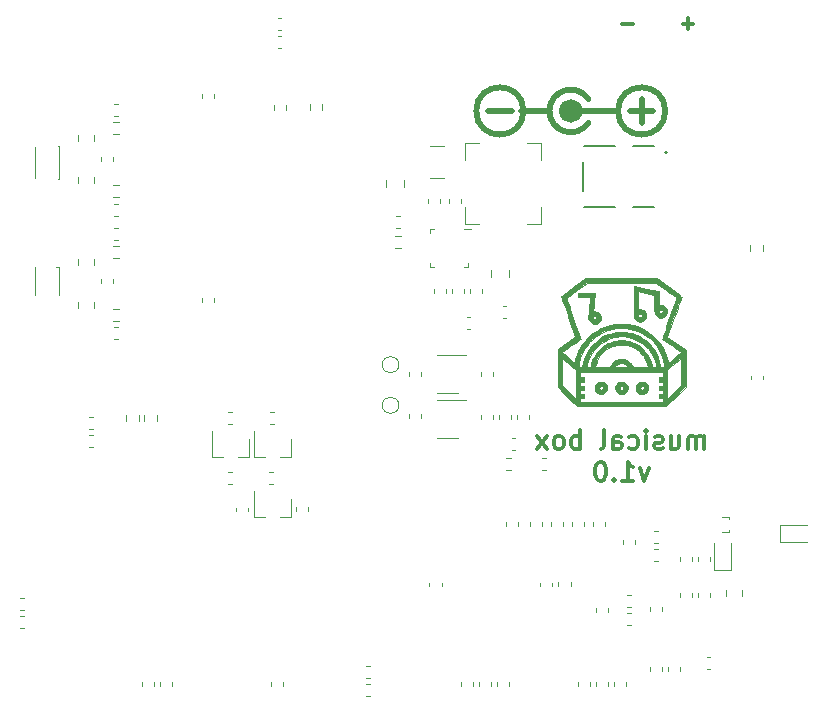
<source format=gbo>
G04 #@! TF.GenerationSoftware,KiCad,Pcbnew,(5.1.9)-1*
G04 #@! TF.CreationDate,2021-04-10T14:09:46+02:00*
G04 #@! TF.ProjectId,musical-box,6d757369-6361-46c2-9d62-6f782e6b6963,rev?*
G04 #@! TF.SameCoordinates,Original*
G04 #@! TF.FileFunction,Legend,Bot*
G04 #@! TF.FilePolarity,Positive*
%FSLAX46Y46*%
G04 Gerber Fmt 4.6, Leading zero omitted, Abs format (unit mm)*
G04 Created by KiCad (PCBNEW (5.1.9)-1) date 2021-04-10 14:09:46*
%MOMM*%
%LPD*%
G01*
G04 APERTURE LIST*
%ADD10C,0.300000*%
%ADD11C,0.120000*%
%ADD12C,0.500000*%
%ADD13C,0.010000*%
%ADD14C,0.127000*%
%ADD15C,0.200000*%
%ADD16R,0.800000X0.900000*%
%ADD17C,0.800000*%
%ADD18C,0.990600*%
%ADD19R,0.300000X0.300000*%
%ADD20C,1.800000*%
%ADD21C,0.600000*%
%ADD22C,3.000000*%
%ADD23R,3.000000X3.000000*%
%ADD24O,1.700000X0.900000*%
%ADD25O,2.400000X0.900000*%
%ADD26C,0.700000*%
%ADD27R,1.000000X0.750000*%
%ADD28R,1.500000X1.000000*%
%ADD29C,3.200000*%
%ADD30R,1.060000X0.650000*%
%ADD31R,0.250000X0.750000*%
%ADD32R,1.300000X0.250000*%
%ADD33C,1.000000*%
%ADD34R,5.700000X1.600000*%
%ADD35R,1.800000X4.400000*%
%ADD36O,1.800000X4.000000*%
%ADD37O,4.000000X1.800000*%
%ADD38C,2.000000*%
G04 APERTURE END LIST*
D10*
X409676428Y-162529809D02*
X409676428Y-161463142D01*
X409676428Y-161615523D02*
X409600238Y-161539333D01*
X409447857Y-161463142D01*
X409219285Y-161463142D01*
X409066904Y-161539333D01*
X408990714Y-161691714D01*
X408990714Y-162529809D01*
X408990714Y-161691714D02*
X408914523Y-161539333D01*
X408762142Y-161463142D01*
X408533571Y-161463142D01*
X408381190Y-161539333D01*
X408305000Y-161691714D01*
X408305000Y-162529809D01*
X406857380Y-161463142D02*
X406857380Y-162529809D01*
X407543095Y-161463142D02*
X407543095Y-162301238D01*
X407466904Y-162453619D01*
X407314523Y-162529809D01*
X407085952Y-162529809D01*
X406933571Y-162453619D01*
X406857380Y-162377428D01*
X406171666Y-162453619D02*
X406019285Y-162529809D01*
X405714523Y-162529809D01*
X405562142Y-162453619D01*
X405485952Y-162301238D01*
X405485952Y-162225047D01*
X405562142Y-162072666D01*
X405714523Y-161996476D01*
X405943095Y-161996476D01*
X406095476Y-161920285D01*
X406171666Y-161767904D01*
X406171666Y-161691714D01*
X406095476Y-161539333D01*
X405943095Y-161463142D01*
X405714523Y-161463142D01*
X405562142Y-161539333D01*
X404800238Y-162529809D02*
X404800238Y-161463142D01*
X404800238Y-160929809D02*
X404876428Y-161006000D01*
X404800238Y-161082190D01*
X404724047Y-161006000D01*
X404800238Y-160929809D01*
X404800238Y-161082190D01*
X403352619Y-162453619D02*
X403505000Y-162529809D01*
X403809761Y-162529809D01*
X403962142Y-162453619D01*
X404038333Y-162377428D01*
X404114523Y-162225047D01*
X404114523Y-161767904D01*
X404038333Y-161615523D01*
X403962142Y-161539333D01*
X403809761Y-161463142D01*
X403505000Y-161463142D01*
X403352619Y-161539333D01*
X401981190Y-162529809D02*
X401981190Y-161691714D01*
X402057380Y-161539333D01*
X402209761Y-161463142D01*
X402514523Y-161463142D01*
X402666904Y-161539333D01*
X401981190Y-162453619D02*
X402133571Y-162529809D01*
X402514523Y-162529809D01*
X402666904Y-162453619D01*
X402743095Y-162301238D01*
X402743095Y-162148857D01*
X402666904Y-161996476D01*
X402514523Y-161920285D01*
X402133571Y-161920285D01*
X401981190Y-161844095D01*
X400990714Y-162529809D02*
X401143095Y-162453619D01*
X401219285Y-162301238D01*
X401219285Y-160929809D01*
X399162142Y-162529809D02*
X399162142Y-160929809D01*
X399162142Y-161539333D02*
X399009761Y-161463142D01*
X398705000Y-161463142D01*
X398552619Y-161539333D01*
X398476428Y-161615523D01*
X398400238Y-161767904D01*
X398400238Y-162225047D01*
X398476428Y-162377428D01*
X398552619Y-162453619D01*
X398705000Y-162529809D01*
X399009761Y-162529809D01*
X399162142Y-162453619D01*
X397485952Y-162529809D02*
X397638333Y-162453619D01*
X397714523Y-162377428D01*
X397790714Y-162225047D01*
X397790714Y-161767904D01*
X397714523Y-161615523D01*
X397638333Y-161539333D01*
X397485952Y-161463142D01*
X397257380Y-161463142D01*
X397105000Y-161539333D01*
X397028809Y-161615523D01*
X396952619Y-161767904D01*
X396952619Y-162225047D01*
X397028809Y-162377428D01*
X397105000Y-162453619D01*
X397257380Y-162529809D01*
X397485952Y-162529809D01*
X396419285Y-162529809D02*
X395581190Y-161463142D01*
X396419285Y-161463142D02*
X395581190Y-162529809D01*
X404990714Y-164163142D02*
X404609761Y-165229809D01*
X404228809Y-164163142D01*
X402781190Y-165229809D02*
X403695476Y-165229809D01*
X403238333Y-165229809D02*
X403238333Y-163629809D01*
X403390714Y-163858380D01*
X403543095Y-164010761D01*
X403695476Y-164086952D01*
X402095476Y-165077428D02*
X402019285Y-165153619D01*
X402095476Y-165229809D01*
X402171666Y-165153619D01*
X402095476Y-165077428D01*
X402095476Y-165229809D01*
X401028809Y-163629809D02*
X400876428Y-163629809D01*
X400724047Y-163706000D01*
X400647857Y-163782190D01*
X400571666Y-163934571D01*
X400495476Y-164239333D01*
X400495476Y-164620285D01*
X400571666Y-164925047D01*
X400647857Y-165077428D01*
X400724047Y-165153619D01*
X400876428Y-165229809D01*
X401028809Y-165229809D01*
X401181190Y-165153619D01*
X401257380Y-165077428D01*
X401333571Y-164925047D01*
X401409761Y-164620285D01*
X401409761Y-164239333D01*
X401333571Y-163934571D01*
X401257380Y-163782190D01*
X401181190Y-163706000D01*
X401028809Y-163629809D01*
X408781571Y-126538714D02*
X407867285Y-126538714D01*
X408324428Y-126995857D02*
X408324428Y-126081571D01*
X403638714Y-126538714D02*
X402724428Y-126538714D01*
D11*
X384031258Y-145556500D02*
X383556742Y-145556500D01*
X384031258Y-144511500D02*
X383556742Y-144511500D01*
X371150000Y-163193000D02*
X370220000Y-163193000D01*
X367990000Y-163193000D02*
X368920000Y-163193000D01*
X367990000Y-163193000D02*
X367990000Y-161033000D01*
X371150000Y-163193000D02*
X371150000Y-161733000D01*
X374706000Y-163193000D02*
X373776000Y-163193000D01*
X371546000Y-163193000D02*
X372476000Y-163193000D01*
X371546000Y-163193000D02*
X371546000Y-161033000D01*
X374706000Y-163193000D02*
X374706000Y-161733000D01*
X382793000Y-140317252D02*
X382793000Y-139794748D01*
X384263000Y-140317252D02*
X384263000Y-139794748D01*
X391683000Y-147937252D02*
X391683000Y-147414748D01*
X393153000Y-147937252D02*
X393153000Y-147414748D01*
X411226000Y-169560000D02*
X411776000Y-169560000D01*
X411776000Y-169560000D02*
X411776000Y-169360000D01*
X411226000Y-168260000D02*
X411776000Y-168260000D01*
X411776000Y-168260000D02*
X411776000Y-168460000D01*
X410491000Y-172744500D02*
X410491000Y-170459500D01*
X411961000Y-172744500D02*
X410491000Y-172744500D01*
X411961000Y-170459500D02*
X411961000Y-172744500D01*
X416154500Y-168937000D02*
X418439500Y-168937000D01*
X416154500Y-170407000D02*
X416154500Y-168937000D01*
X418439500Y-170407000D02*
X416154500Y-170407000D01*
D12*
X394399000Y-133921500D02*
G75*
G03*
X394399000Y-133921500I-2000000J0D01*
G01*
X391399000Y-133921500D02*
X393399000Y-133921500D01*
X394149000Y-133921500D02*
X396399000Y-133921500D01*
X399149000Y-133921500D02*
G75*
G03*
X399149000Y-133921500I-750000J0D01*
G01*
X398752553Y-133921500D02*
G75*
G03*
X398752553Y-133921500I-353553J0D01*
G01*
D11*
X398449000Y-133921500D02*
G75*
G03*
X398449000Y-133921500I-50000J0D01*
G01*
D12*
X398349000Y-133921500D02*
X402399000Y-133921500D01*
X406399000Y-133921500D02*
G75*
G03*
X406399000Y-133921500I-2000000J0D01*
G01*
X404399000Y-134921500D02*
X404399000Y-132921500D01*
X403399000Y-133921500D02*
X405399000Y-133921500D01*
X399899000Y-132921500D02*
G75*
G03*
X399899000Y-134921500I-1500000J-1000000D01*
G01*
D11*
X376286500Y-133366742D02*
X376286500Y-133841258D01*
X377331500Y-133366742D02*
X377331500Y-133841258D01*
X373245500Y-133402742D02*
X373245500Y-133877258D01*
X374290500Y-133402742D02*
X374290500Y-133877258D01*
D13*
G36*
X403742631Y-150062286D02*
G01*
X403742790Y-150332064D01*
X403743124Y-150562805D01*
X403743723Y-150757809D01*
X403744680Y-150920371D01*
X403746088Y-151053790D01*
X403748037Y-151161363D01*
X403750620Y-151246388D01*
X403753929Y-151312162D01*
X403758057Y-151361982D01*
X403763094Y-151399147D01*
X403769132Y-151426952D01*
X403776265Y-151448697D01*
X403781656Y-151461417D01*
X403833584Y-151542838D01*
X403910597Y-151626002D01*
X403998363Y-151697221D01*
X404071908Y-151738640D01*
X404177339Y-151764421D01*
X404299871Y-151766127D01*
X404422367Y-151744587D01*
X404494448Y-151718235D01*
X404618970Y-151638253D01*
X404712899Y-151530372D01*
X404773330Y-151398717D01*
X404794354Y-151292596D01*
X404793422Y-151264953D01*
X404431169Y-151264953D01*
X404407884Y-151328249D01*
X404360548Y-151375574D01*
X404298163Y-151401363D01*
X404229731Y-151400052D01*
X404164253Y-151366079D01*
X404153954Y-151356546D01*
X404112560Y-151289819D01*
X404107017Y-151217513D01*
X404134044Y-151150196D01*
X404190362Y-151098436D01*
X404240323Y-151078340D01*
X404305297Y-151081805D01*
X404368059Y-151117228D01*
X404414638Y-151175895D01*
X404421400Y-151191249D01*
X404431169Y-151264953D01*
X404793422Y-151264953D01*
X404789525Y-151149499D01*
X404748113Y-151018267D01*
X404675344Y-150904101D01*
X404576439Y-150812200D01*
X404456624Y-150747764D01*
X404321121Y-150715993D01*
X404215522Y-150716392D01*
X404102000Y-150728108D01*
X404102000Y-149192307D01*
X404788749Y-149329619D01*
X405475498Y-149466932D01*
X405481957Y-150252508D01*
X405483714Y-150456016D01*
X405485480Y-150621654D01*
X405487524Y-150753882D01*
X405490112Y-150857165D01*
X405493514Y-150935962D01*
X405497996Y-150994736D01*
X405503826Y-151037949D01*
X405511273Y-151070063D01*
X405520604Y-151095540D01*
X405532086Y-151118841D01*
X405534187Y-151122750D01*
X405607939Y-151227317D01*
X405704335Y-151319390D01*
X405789677Y-151374735D01*
X405917000Y-151416502D01*
X406050726Y-151421324D01*
X406182909Y-151392083D01*
X406305605Y-151331661D01*
X406410868Y-151242942D01*
X406490754Y-151128808D01*
X406495881Y-151118519D01*
X406534502Y-150994610D01*
X406539081Y-150893606D01*
X406176333Y-150893606D01*
X406158402Y-150971726D01*
X406108450Y-151025124D01*
X406032240Y-151048171D01*
X406017583Y-151048667D01*
X405942203Y-151033418D01*
X405901166Y-151006334D01*
X405865772Y-150943759D01*
X405862120Y-150869276D01*
X405889953Y-150798692D01*
X405904856Y-150780156D01*
X405967229Y-150739612D01*
X406036107Y-150733330D01*
X406100852Y-150756865D01*
X406150827Y-150805769D01*
X406175394Y-150875599D01*
X406176333Y-150893606D01*
X406539081Y-150893606D01*
X406540605Y-150860017D01*
X406516250Y-150726091D01*
X406463494Y-150604183D01*
X406384803Y-150506014D01*
X406279396Y-150432490D01*
X406157693Y-150383408D01*
X406033209Y-150362834D01*
X405935233Y-150370811D01*
X405858833Y-150388042D01*
X405858833Y-149171106D01*
X404800500Y-148959464D01*
X403742166Y-148747822D01*
X403742631Y-150062286D01*
G37*
X403742631Y-150062286D02*
X403742790Y-150332064D01*
X403743124Y-150562805D01*
X403743723Y-150757809D01*
X403744680Y-150920371D01*
X403746088Y-151053790D01*
X403748037Y-151161363D01*
X403750620Y-151246388D01*
X403753929Y-151312162D01*
X403758057Y-151361982D01*
X403763094Y-151399147D01*
X403769132Y-151426952D01*
X403776265Y-151448697D01*
X403781656Y-151461417D01*
X403833584Y-151542838D01*
X403910597Y-151626002D01*
X403998363Y-151697221D01*
X404071908Y-151738640D01*
X404177339Y-151764421D01*
X404299871Y-151766127D01*
X404422367Y-151744587D01*
X404494448Y-151718235D01*
X404618970Y-151638253D01*
X404712899Y-151530372D01*
X404773330Y-151398717D01*
X404794354Y-151292596D01*
X404793422Y-151264953D01*
X404431169Y-151264953D01*
X404407884Y-151328249D01*
X404360548Y-151375574D01*
X404298163Y-151401363D01*
X404229731Y-151400052D01*
X404164253Y-151366079D01*
X404153954Y-151356546D01*
X404112560Y-151289819D01*
X404107017Y-151217513D01*
X404134044Y-151150196D01*
X404190362Y-151098436D01*
X404240323Y-151078340D01*
X404305297Y-151081805D01*
X404368059Y-151117228D01*
X404414638Y-151175895D01*
X404421400Y-151191249D01*
X404431169Y-151264953D01*
X404793422Y-151264953D01*
X404789525Y-151149499D01*
X404748113Y-151018267D01*
X404675344Y-150904101D01*
X404576439Y-150812200D01*
X404456624Y-150747764D01*
X404321121Y-150715993D01*
X404215522Y-150716392D01*
X404102000Y-150728108D01*
X404102000Y-149192307D01*
X404788749Y-149329619D01*
X405475498Y-149466932D01*
X405481957Y-150252508D01*
X405483714Y-150456016D01*
X405485480Y-150621654D01*
X405487524Y-150753882D01*
X405490112Y-150857165D01*
X405493514Y-150935962D01*
X405497996Y-150994736D01*
X405503826Y-151037949D01*
X405511273Y-151070063D01*
X405520604Y-151095540D01*
X405532086Y-151118841D01*
X405534187Y-151122750D01*
X405607939Y-151227317D01*
X405704335Y-151319390D01*
X405789677Y-151374735D01*
X405917000Y-151416502D01*
X406050726Y-151421324D01*
X406182909Y-151392083D01*
X406305605Y-151331661D01*
X406410868Y-151242942D01*
X406490754Y-151128808D01*
X406495881Y-151118519D01*
X406534502Y-150994610D01*
X406539081Y-150893606D01*
X406176333Y-150893606D01*
X406158402Y-150971726D01*
X406108450Y-151025124D01*
X406032240Y-151048171D01*
X406017583Y-151048667D01*
X405942203Y-151033418D01*
X405901166Y-151006334D01*
X405865772Y-150943759D01*
X405862120Y-150869276D01*
X405889953Y-150798692D01*
X405904856Y-150780156D01*
X405967229Y-150739612D01*
X406036107Y-150733330D01*
X406100852Y-150756865D01*
X406150827Y-150805769D01*
X406175394Y-150875599D01*
X406176333Y-150893606D01*
X406539081Y-150893606D01*
X406540605Y-150860017D01*
X406516250Y-150726091D01*
X406463494Y-150604183D01*
X406384803Y-150506014D01*
X406279396Y-150432490D01*
X406157693Y-150383408D01*
X406033209Y-150362834D01*
X405935233Y-150370811D01*
X405858833Y-150388042D01*
X405858833Y-149171106D01*
X404800500Y-148959464D01*
X403742166Y-148747822D01*
X403742631Y-150062286D01*
G36*
X399022000Y-149672834D02*
G01*
X399530000Y-149672834D01*
X399689873Y-149673031D01*
X399812352Y-149673864D01*
X399902373Y-149675692D01*
X399964874Y-149678875D01*
X400004794Y-149683772D01*
X400027068Y-149690743D01*
X400036636Y-149700148D01*
X400038462Y-149709875D01*
X400036713Y-149738405D01*
X400031525Y-149804450D01*
X400023297Y-149903366D01*
X400012428Y-150030509D01*
X399999316Y-150181236D01*
X399984361Y-150350902D01*
X399967961Y-150534863D01*
X399960537Y-150617511D01*
X399941277Y-150831938D01*
X399925664Y-151008439D01*
X399913526Y-151151248D01*
X399904688Y-151264601D01*
X399898977Y-151352730D01*
X399896219Y-151419871D01*
X399896242Y-151470258D01*
X399898871Y-151508125D01*
X399903933Y-151537707D01*
X399911255Y-151563239D01*
X399920664Y-151588955D01*
X399920733Y-151589137D01*
X399990075Y-151718319D01*
X400086203Y-151822183D01*
X400202378Y-151897055D01*
X400331861Y-151939262D01*
X400467913Y-151945132D01*
X400547046Y-151930476D01*
X400691292Y-151870978D01*
X400808136Y-151780291D01*
X400894999Y-151660719D01*
X400925817Y-151592331D01*
X400950086Y-151472041D01*
X400947003Y-151422900D01*
X400588333Y-151422900D01*
X400569538Y-151488490D01*
X400520941Y-151539456D01*
X400454229Y-151569604D01*
X400381085Y-151572740D01*
X400335168Y-151557114D01*
X400289907Y-151511077D01*
X400268704Y-151443064D01*
X400275566Y-151368381D01*
X400281491Y-151351974D01*
X400316893Y-151295486D01*
X400369632Y-151267219D01*
X400440361Y-151260334D01*
X400501206Y-151279252D01*
X400553178Y-151327240D01*
X400584307Y-151391149D01*
X400588333Y-151422900D01*
X400947003Y-151422900D01*
X400941861Y-151340962D01*
X400904454Y-151210889D01*
X400841178Y-151093616D01*
X400761048Y-151005573D01*
X400677548Y-150952556D01*
X400576202Y-150911475D01*
X400473510Y-150887558D01*
X400385971Y-150886031D01*
X400384452Y-150886271D01*
X400363375Y-150890578D01*
X400346308Y-150893418D01*
X400333213Y-150890912D01*
X400324051Y-150879180D01*
X400318782Y-150854342D01*
X400317369Y-150812520D01*
X400319773Y-150749834D01*
X400325954Y-150662404D01*
X400335874Y-150546352D01*
X400349495Y-150397798D01*
X400366777Y-150212862D01*
X400376666Y-150106750D01*
X400392068Y-149939302D01*
X400406123Y-149783273D01*
X400418352Y-149644223D01*
X400428278Y-149527716D01*
X400435423Y-149439314D01*
X400439308Y-149384580D01*
X400439882Y-149371209D01*
X400440166Y-149313000D01*
X399022000Y-149313000D01*
X399022000Y-149672834D01*
G37*
X399022000Y-149672834D02*
X399530000Y-149672834D01*
X399689873Y-149673031D01*
X399812352Y-149673864D01*
X399902373Y-149675692D01*
X399964874Y-149678875D01*
X400004794Y-149683772D01*
X400027068Y-149690743D01*
X400036636Y-149700148D01*
X400038462Y-149709875D01*
X400036713Y-149738405D01*
X400031525Y-149804450D01*
X400023297Y-149903366D01*
X400012428Y-150030509D01*
X399999316Y-150181236D01*
X399984361Y-150350902D01*
X399967961Y-150534863D01*
X399960537Y-150617511D01*
X399941277Y-150831938D01*
X399925664Y-151008439D01*
X399913526Y-151151248D01*
X399904688Y-151264601D01*
X399898977Y-151352730D01*
X399896219Y-151419871D01*
X399896242Y-151470258D01*
X399898871Y-151508125D01*
X399903933Y-151537707D01*
X399911255Y-151563239D01*
X399920664Y-151588955D01*
X399920733Y-151589137D01*
X399990075Y-151718319D01*
X400086203Y-151822183D01*
X400202378Y-151897055D01*
X400331861Y-151939262D01*
X400467913Y-151945132D01*
X400547046Y-151930476D01*
X400691292Y-151870978D01*
X400808136Y-151780291D01*
X400894999Y-151660719D01*
X400925817Y-151592331D01*
X400950086Y-151472041D01*
X400947003Y-151422900D01*
X400588333Y-151422900D01*
X400569538Y-151488490D01*
X400520941Y-151539456D01*
X400454229Y-151569604D01*
X400381085Y-151572740D01*
X400335168Y-151557114D01*
X400289907Y-151511077D01*
X400268704Y-151443064D01*
X400275566Y-151368381D01*
X400281491Y-151351974D01*
X400316893Y-151295486D01*
X400369632Y-151267219D01*
X400440361Y-151260334D01*
X400501206Y-151279252D01*
X400553178Y-151327240D01*
X400584307Y-151391149D01*
X400588333Y-151422900D01*
X400947003Y-151422900D01*
X400941861Y-151340962D01*
X400904454Y-151210889D01*
X400841178Y-151093616D01*
X400761048Y-151005573D01*
X400677548Y-150952556D01*
X400576202Y-150911475D01*
X400473510Y-150887558D01*
X400385971Y-150886031D01*
X400384452Y-150886271D01*
X400363375Y-150890578D01*
X400346308Y-150893418D01*
X400333213Y-150890912D01*
X400324051Y-150879180D01*
X400318782Y-150854342D01*
X400317369Y-150812520D01*
X400319773Y-150749834D01*
X400325954Y-150662404D01*
X400335874Y-150546352D01*
X400349495Y-150397798D01*
X400366777Y-150212862D01*
X400376666Y-150106750D01*
X400392068Y-149939302D01*
X400406123Y-149783273D01*
X400418352Y-149644223D01*
X400428278Y-149527716D01*
X400435423Y-149439314D01*
X400439308Y-149384580D01*
X400439882Y-149371209D01*
X400440166Y-149313000D01*
X399022000Y-149313000D01*
X399022000Y-149672834D01*
G36*
X400895443Y-156833240D02*
G01*
X400752460Y-156867357D01*
X400630302Y-156934578D01*
X400532581Y-157029333D01*
X400462909Y-157146050D01*
X400424897Y-157279159D01*
X400422157Y-157423088D01*
X400443892Y-157529755D01*
X400486914Y-157619534D01*
X400557428Y-157711171D01*
X400643446Y-157791245D01*
X400722254Y-157841394D01*
X400821090Y-157872228D01*
X400939191Y-157883995D01*
X401057682Y-157876005D01*
X401135765Y-157856520D01*
X401241338Y-157799000D01*
X401338180Y-157710826D01*
X401414324Y-157603551D01*
X401429904Y-157572543D01*
X401470924Y-157437101D01*
X401472963Y-157345173D01*
X401117500Y-157345173D01*
X401106538Y-157393766D01*
X401080151Y-157449966D01*
X401048087Y-157495661D01*
X401027987Y-157511500D01*
X400945919Y-157524156D01*
X400867342Y-157501169D01*
X400830788Y-157473712D01*
X400794386Y-157421449D01*
X400778844Y-157367414D01*
X400778833Y-157366251D01*
X400795471Y-157311110D01*
X400836907Y-157253914D01*
X400890420Y-157208124D01*
X400943293Y-157187206D01*
X400948166Y-157187000D01*
X400993459Y-157202546D01*
X401045571Y-157240734D01*
X401090932Y-157288891D01*
X401115975Y-157334342D01*
X401117500Y-157345173D01*
X401472963Y-157345173D01*
X401473906Y-157302686D01*
X401442896Y-157174897D01*
X401381942Y-157059333D01*
X401295092Y-156961591D01*
X401186392Y-156887270D01*
X401059889Y-156841969D01*
X400919633Y-156831286D01*
X400895443Y-156833240D01*
G37*
X400895443Y-156833240D02*
X400752460Y-156867357D01*
X400630302Y-156934578D01*
X400532581Y-157029333D01*
X400462909Y-157146050D01*
X400424897Y-157279159D01*
X400422157Y-157423088D01*
X400443892Y-157529755D01*
X400486914Y-157619534D01*
X400557428Y-157711171D01*
X400643446Y-157791245D01*
X400722254Y-157841394D01*
X400821090Y-157872228D01*
X400939191Y-157883995D01*
X401057682Y-157876005D01*
X401135765Y-157856520D01*
X401241338Y-157799000D01*
X401338180Y-157710826D01*
X401414324Y-157603551D01*
X401429904Y-157572543D01*
X401470924Y-157437101D01*
X401472963Y-157345173D01*
X401117500Y-157345173D01*
X401106538Y-157393766D01*
X401080151Y-157449966D01*
X401048087Y-157495661D01*
X401027987Y-157511500D01*
X400945919Y-157524156D01*
X400867342Y-157501169D01*
X400830788Y-157473712D01*
X400794386Y-157421449D01*
X400778844Y-157367414D01*
X400778833Y-157366251D01*
X400795471Y-157311110D01*
X400836907Y-157253914D01*
X400890420Y-157208124D01*
X400943293Y-157187206D01*
X400948166Y-157187000D01*
X400993459Y-157202546D01*
X401045571Y-157240734D01*
X401090932Y-157288891D01*
X401115975Y-157334342D01*
X401117500Y-157345173D01*
X401472963Y-157345173D01*
X401473906Y-157302686D01*
X401442896Y-157174897D01*
X401381942Y-157059333D01*
X401295092Y-156961591D01*
X401186392Y-156887270D01*
X401059889Y-156841969D01*
X400919633Y-156831286D01*
X400895443Y-156833240D01*
G36*
X402576907Y-156844525D02*
G01*
X402446320Y-156895210D01*
X402327773Y-156983065D01*
X402298387Y-157013470D01*
X402224734Y-157121862D01*
X402177722Y-157247705D01*
X402162038Y-157376240D01*
X402166220Y-157429506D01*
X402203329Y-157552948D01*
X402271981Y-157671364D01*
X402362657Y-157770308D01*
X402417188Y-157810409D01*
X402486847Y-157848008D01*
X402554443Y-157869277D01*
X402639169Y-157879577D01*
X402671188Y-157881347D01*
X402760048Y-157882715D01*
X402825941Y-157874593D01*
X402887821Y-157853394D01*
X402933133Y-157831782D01*
X403052074Y-157750112D01*
X403140981Y-157644818D01*
X403198501Y-157522938D01*
X403223280Y-157391514D01*
X403221626Y-157367725D01*
X402853166Y-157367725D01*
X402834079Y-157436818D01*
X402785125Y-157492811D01*
X402718762Y-157523308D01*
X402694416Y-157525667D01*
X402644840Y-157512843D01*
X402591680Y-157481987D01*
X402591438Y-157481797D01*
X402545226Y-157423140D01*
X402532632Y-157355402D01*
X402549791Y-157289176D01*
X402592835Y-157235051D01*
X402657897Y-157203621D01*
X402694416Y-157199700D01*
X402773397Y-157217456D01*
X402827477Y-157267529D01*
X402852131Y-157345127D01*
X402853166Y-157367725D01*
X403221626Y-157367725D01*
X403213964Y-157257585D01*
X403169200Y-157128193D01*
X403090446Y-157013470D01*
X402976304Y-156915480D01*
X402848359Y-156854660D01*
X402713073Y-156831008D01*
X402576907Y-156844525D01*
G37*
X402576907Y-156844525D02*
X402446320Y-156895210D01*
X402327773Y-156983065D01*
X402298387Y-157013470D01*
X402224734Y-157121862D01*
X402177722Y-157247705D01*
X402162038Y-157376240D01*
X402166220Y-157429506D01*
X402203329Y-157552948D01*
X402271981Y-157671364D01*
X402362657Y-157770308D01*
X402417188Y-157810409D01*
X402486847Y-157848008D01*
X402554443Y-157869277D01*
X402639169Y-157879577D01*
X402671188Y-157881347D01*
X402760048Y-157882715D01*
X402825941Y-157874593D01*
X402887821Y-157853394D01*
X402933133Y-157831782D01*
X403052074Y-157750112D01*
X403140981Y-157644818D01*
X403198501Y-157522938D01*
X403223280Y-157391514D01*
X403221626Y-157367725D01*
X402853166Y-157367725D01*
X402834079Y-157436818D01*
X402785125Y-157492811D01*
X402718762Y-157523308D01*
X402694416Y-157525667D01*
X402644840Y-157512843D01*
X402591680Y-157481987D01*
X402591438Y-157481797D01*
X402545226Y-157423140D01*
X402532632Y-157355402D01*
X402549791Y-157289176D01*
X402592835Y-157235051D01*
X402657897Y-157203621D01*
X402694416Y-157199700D01*
X402773397Y-157217456D01*
X402827477Y-157267529D01*
X402852131Y-157345127D01*
X402853166Y-157367725D01*
X403221626Y-157367725D01*
X403213964Y-157257585D01*
X403169200Y-157128193D01*
X403090446Y-157013470D01*
X402976304Y-156915480D01*
X402848359Y-156854660D01*
X402713073Y-156831008D01*
X402576907Y-156844525D01*
G36*
X404285635Y-156856703D02*
G01*
X404160992Y-156910098D01*
X404110146Y-156944007D01*
X404016667Y-157040625D01*
X403951972Y-157160728D01*
X403918485Y-157294682D01*
X403918627Y-157432850D01*
X403954248Y-157564273D01*
X404026901Y-157684348D01*
X404126602Y-157779585D01*
X404245675Y-157847013D01*
X404376445Y-157883660D01*
X404511239Y-157886554D01*
X404642382Y-157852723D01*
X404668471Y-157840808D01*
X404790067Y-157759730D01*
X404880231Y-157656707D01*
X404938962Y-157538151D01*
X404966259Y-157410477D01*
X404964856Y-157366251D01*
X404610000Y-157366251D01*
X404591135Y-157434686D01*
X404541945Y-157487734D01*
X404473538Y-157518693D01*
X404397021Y-157520864D01*
X404367531Y-157512518D01*
X404331815Y-157482297D01*
X404297421Y-157429069D01*
X404274878Y-157371147D01*
X404271333Y-157345173D01*
X404287976Y-157302865D01*
X404328859Y-157254189D01*
X404380413Y-157211817D01*
X404429071Y-157188424D01*
X404440666Y-157187000D01*
X404492756Y-157204613D01*
X404546789Y-157248475D01*
X404590045Y-157305123D01*
X404609806Y-157361092D01*
X404610000Y-157366251D01*
X404964856Y-157366251D01*
X404962121Y-157280096D01*
X404926549Y-157153422D01*
X404859540Y-157036867D01*
X404761095Y-156936845D01*
X404668581Y-156877540D01*
X404551199Y-156839023D01*
X404419627Y-156832545D01*
X404285635Y-156856703D01*
G37*
X404285635Y-156856703D02*
X404160992Y-156910098D01*
X404110146Y-156944007D01*
X404016667Y-157040625D01*
X403951972Y-157160728D01*
X403918485Y-157294682D01*
X403918627Y-157432850D01*
X403954248Y-157564273D01*
X404026901Y-157684348D01*
X404126602Y-157779585D01*
X404245675Y-157847013D01*
X404376445Y-157883660D01*
X404511239Y-157886554D01*
X404642382Y-157852723D01*
X404668471Y-157840808D01*
X404790067Y-157759730D01*
X404880231Y-157656707D01*
X404938962Y-157538151D01*
X404966259Y-157410477D01*
X404964856Y-157366251D01*
X404610000Y-157366251D01*
X404591135Y-157434686D01*
X404541945Y-157487734D01*
X404473538Y-157518693D01*
X404397021Y-157520864D01*
X404367531Y-157512518D01*
X404331815Y-157482297D01*
X404297421Y-157429069D01*
X404274878Y-157371147D01*
X404271333Y-157345173D01*
X404287976Y-157302865D01*
X404328859Y-157254189D01*
X404380413Y-157211817D01*
X404429071Y-157188424D01*
X404440666Y-157187000D01*
X404492756Y-157204613D01*
X404546789Y-157248475D01*
X404590045Y-157305123D01*
X404609806Y-157361092D01*
X404610000Y-157366251D01*
X404964856Y-157366251D01*
X404962121Y-157280096D01*
X404926549Y-157153422D01*
X404859540Y-157036867D01*
X404761095Y-156936845D01*
X404668581Y-156877540D01*
X404551199Y-156839023D01*
X404419627Y-156832545D01*
X404285635Y-156856703D01*
G36*
X398629197Y-148839145D02*
G01*
X398383390Y-149018576D01*
X398171888Y-149174195D01*
X397994233Y-149306350D01*
X397849971Y-149415390D01*
X397738644Y-149501664D01*
X397659796Y-149565521D01*
X397612971Y-149607310D01*
X397597712Y-149627380D01*
X397597730Y-149627603D01*
X397605267Y-149652400D01*
X397625816Y-149714171D01*
X397658352Y-149809954D01*
X397701849Y-149936783D01*
X397755282Y-150091697D01*
X397817625Y-150271731D01*
X397887851Y-150473922D01*
X397964936Y-150695306D01*
X398047853Y-150932920D01*
X398135577Y-151183801D01*
X398203159Y-151376750D01*
X398804107Y-153091250D01*
X397286333Y-154103438D01*
X397286333Y-157282049D01*
X398106440Y-158102358D01*
X398926546Y-158922667D01*
X406462284Y-158922667D01*
X408123666Y-157260885D01*
X408123666Y-157091107D01*
X407764203Y-157091107D01*
X407166199Y-157689387D01*
X407035523Y-157819992D01*
X406914435Y-157940761D01*
X406806137Y-158048520D01*
X406713832Y-158140092D01*
X406640723Y-158212304D01*
X406590012Y-158261978D01*
X406564902Y-158285941D01*
X406562764Y-158287667D01*
X406561770Y-158267124D01*
X406560834Y-158207990D01*
X406559974Y-158114006D01*
X406559206Y-157988916D01*
X406558547Y-157836460D01*
X406558014Y-157660381D01*
X406557623Y-157464421D01*
X406557392Y-157252322D01*
X406557333Y-157073789D01*
X406557333Y-155980500D01*
X406176333Y-155980500D01*
X406176333Y-156467334D01*
X405837666Y-156467334D01*
X405837666Y-156848334D01*
X406176333Y-156848334D01*
X406176333Y-157187000D01*
X405837666Y-157187000D01*
X405837666Y-157546834D01*
X406176333Y-157546834D01*
X406176333Y-157885500D01*
X405837666Y-157885500D01*
X405837666Y-158245334D01*
X406176333Y-158245334D01*
X406176333Y-158584000D01*
X399212500Y-158584000D01*
X399212500Y-158245334D01*
X399551166Y-158245334D01*
X399551166Y-157885500D01*
X399212500Y-157885500D01*
X399212500Y-157546834D01*
X399551166Y-157546834D01*
X399551166Y-157187000D01*
X399212500Y-157187000D01*
X399212500Y-156848334D01*
X399551166Y-156848334D01*
X399551166Y-156467334D01*
X399212500Y-156467334D01*
X399212500Y-155980500D01*
X406176333Y-155980500D01*
X406557333Y-155980500D01*
X406557333Y-155859911D01*
X398831500Y-155859911D01*
X398831500Y-158298158D01*
X398228065Y-157694723D01*
X397624630Y-157091289D01*
X397630107Y-155944656D01*
X397635583Y-154798024D01*
X398233541Y-155328967D01*
X398831500Y-155859911D01*
X406557333Y-155859911D01*
X406911197Y-155545705D01*
X406322944Y-155545705D01*
X406312812Y-155582547D01*
X406310389Y-155585389D01*
X406283509Y-155592509D01*
X406226648Y-155597580D01*
X406152598Y-155599500D01*
X406008918Y-155599500D01*
X405998334Y-155532527D01*
X405624713Y-155532527D01*
X405619347Y-155572654D01*
X405594775Y-155592443D01*
X405546996Y-155599020D01*
X405472013Y-155599512D01*
X405460975Y-155599500D01*
X405295950Y-155599500D01*
X405293833Y-155587152D01*
X404927500Y-155587152D01*
X404907205Y-155590279D01*
X404849811Y-155593115D01*
X404760548Y-155595555D01*
X404644651Y-155597497D01*
X404507350Y-155598834D01*
X404353880Y-155599465D01*
X404306701Y-155599500D01*
X403685903Y-155599500D01*
X403281925Y-155599500D01*
X402106908Y-155599500D01*
X402159044Y-155530709D01*
X402267377Y-155421113D01*
X402398801Y-155341829D01*
X402545737Y-155293990D01*
X402700602Y-155278729D01*
X402855816Y-155297182D01*
X403003798Y-155350482D01*
X403076948Y-155393413D01*
X403144456Y-155445446D01*
X403205257Y-155502399D01*
X403229789Y-155530709D01*
X403281925Y-155599500D01*
X403685903Y-155599500D01*
X403634660Y-155488907D01*
X403595713Y-155421649D01*
X403537029Y-155339693D01*
X403469366Y-155257707D01*
X403447805Y-155234106D01*
X403291148Y-155096784D01*
X403116357Y-154995979D01*
X402928062Y-154932515D01*
X402730893Y-154907218D01*
X402529480Y-154920911D01*
X402328451Y-154974419D01*
X402228397Y-155016905D01*
X402103321Y-155092764D01*
X401979662Y-155195444D01*
X401868781Y-155313639D01*
X401782040Y-155436040D01*
X401754173Y-155488907D01*
X401702930Y-155599500D01*
X401082132Y-155599500D01*
X400924922Y-155599096D01*
X400782351Y-155597955D01*
X400659654Y-155596179D01*
X400562061Y-155593874D01*
X400494806Y-155591143D01*
X400463121Y-155588090D01*
X400461333Y-155587152D01*
X400466232Y-155562222D01*
X400479245Y-155506931D01*
X400497852Y-155431892D01*
X400503724Y-155408774D01*
X400599354Y-155117926D01*
X400731881Y-154845151D01*
X400898630Y-154593710D01*
X401096925Y-154366866D01*
X401324091Y-154167880D01*
X401577453Y-154000013D01*
X401720750Y-153925106D01*
X402012250Y-153808114D01*
X402308110Y-153732990D01*
X402606429Y-153699734D01*
X402905307Y-153708346D01*
X403202844Y-153758826D01*
X403497140Y-153851175D01*
X403668083Y-153925106D01*
X403934185Y-154075243D01*
X404175503Y-154258220D01*
X404389361Y-154470775D01*
X404573085Y-154709647D01*
X404723997Y-154971575D01*
X404839425Y-155253296D01*
X404885109Y-155408774D01*
X404904830Y-155487442D01*
X404919665Y-155549336D01*
X404927092Y-155583842D01*
X404927500Y-155587152D01*
X405293833Y-155587152D01*
X405271447Y-155456625D01*
X405251844Y-155363556D01*
X405223429Y-155253697D01*
X405192147Y-155149934D01*
X405190314Y-155144417D01*
X405066279Y-154838640D01*
X404906969Y-154553478D01*
X404715327Y-154291522D01*
X404494292Y-154055363D01*
X404246808Y-153847593D01*
X403975814Y-153670802D01*
X403684253Y-153527583D01*
X403375066Y-153420526D01*
X403181250Y-153374516D01*
X403083046Y-153361008D01*
X402954067Y-153351706D01*
X402805661Y-153346609D01*
X402649175Y-153345718D01*
X402495958Y-153349032D01*
X402357358Y-153356552D01*
X402244724Y-153368277D01*
X402207583Y-153374516D01*
X402045585Y-153413556D01*
X401868858Y-153467859D01*
X401695704Y-153531212D01*
X401544424Y-153597403D01*
X401530250Y-153604417D01*
X401307897Y-153733268D01*
X401085851Y-153893963D01*
X400874789Y-154077304D01*
X400685387Y-154274091D01*
X400541278Y-154456500D01*
X400425575Y-154640733D01*
X400319428Y-154847964D01*
X400228431Y-155064996D01*
X400158177Y-155278630D01*
X400117386Y-155456625D01*
X400092883Y-155599500D01*
X399927858Y-155599500D01*
X399849335Y-155599261D01*
X399798497Y-155593792D01*
X399771345Y-155575968D01*
X399763882Y-155538664D01*
X399772108Y-155474753D01*
X399792027Y-155377110D01*
X399795019Y-155362759D01*
X399886345Y-155024298D01*
X400014676Y-154703958D01*
X400177789Y-154403947D01*
X400373462Y-154126470D01*
X400599470Y-153873735D01*
X400853591Y-153647949D01*
X401133602Y-153451318D01*
X401437280Y-153286050D01*
X401762401Y-153154350D01*
X402106743Y-153058427D01*
X402118929Y-153055785D01*
X402296096Y-153027492D01*
X402499899Y-153010990D01*
X402716317Y-153006279D01*
X402931326Y-153013358D01*
X403130906Y-153032228D01*
X403269904Y-153055785D01*
X403614870Y-153150436D01*
X403940691Y-153280939D01*
X404245145Y-153445087D01*
X404526008Y-153640673D01*
X404781059Y-153865491D01*
X405008073Y-154117334D01*
X405204828Y-154393995D01*
X405369101Y-154693266D01*
X405498668Y-155012942D01*
X405591306Y-155350815D01*
X405593814Y-155362759D01*
X405614869Y-155464937D01*
X405624713Y-155532527D01*
X405998334Y-155532527D01*
X405996374Y-155520125D01*
X405915773Y-155135296D01*
X405799120Y-154772422D01*
X405646522Y-154431722D01*
X405458084Y-154113419D01*
X405233913Y-153817734D01*
X405115580Y-153685942D01*
X404842960Y-153425620D01*
X404552502Y-153202682D01*
X404241919Y-153015846D01*
X403908920Y-152863827D01*
X403551218Y-152745340D01*
X403350583Y-152695643D01*
X403270237Y-152679138D01*
X403194095Y-152666944D01*
X403113498Y-152658443D01*
X403019787Y-152653018D01*
X402904302Y-152650050D01*
X402758384Y-152648923D01*
X402694416Y-152648848D01*
X402534931Y-152649447D01*
X402409109Y-152651657D01*
X402308289Y-152656093D01*
X402223813Y-152663375D01*
X402147023Y-152674119D01*
X402069257Y-152688944D01*
X402038250Y-152695643D01*
X401666509Y-152796857D01*
X401320686Y-152930922D01*
X400998493Y-153099122D01*
X400697641Y-153302742D01*
X400415840Y-153543065D01*
X400273253Y-153685942D01*
X400032165Y-153970903D01*
X399826861Y-154278466D01*
X399657374Y-154608561D01*
X399523739Y-154961118D01*
X399425988Y-155336066D01*
X399392289Y-155521030D01*
X399379576Y-155601309D01*
X399074916Y-155588917D01*
X399068536Y-155523503D01*
X399070367Y-155460824D01*
X399083178Y-155366687D01*
X399105067Y-155249963D01*
X399134136Y-155119521D01*
X399168483Y-154984230D01*
X399206209Y-154852960D01*
X399224569Y-154795167D01*
X399364233Y-154436591D01*
X399538595Y-154099788D01*
X399745084Y-153786452D01*
X399981132Y-153498277D01*
X400244166Y-153236960D01*
X400531617Y-153004194D01*
X400840913Y-152801673D01*
X401169485Y-152631094D01*
X401514761Y-152494150D01*
X401874171Y-152392537D01*
X402245145Y-152327948D01*
X402625111Y-152302080D01*
X402987259Y-152314504D01*
X403378975Y-152367786D01*
X403755772Y-152459333D01*
X404115569Y-152587300D01*
X404456284Y-152749844D01*
X404775836Y-152945121D01*
X405072143Y-153171286D01*
X405343123Y-153426497D01*
X405586696Y-153708907D01*
X405800780Y-154016675D01*
X405983292Y-154347954D01*
X406132153Y-154700903D01*
X406245279Y-155073676D01*
X406280969Y-155232408D01*
X406307259Y-155373471D01*
X406321172Y-155476958D01*
X406322944Y-155545705D01*
X406911197Y-155545705D01*
X407155291Y-155328967D01*
X407753250Y-154798024D01*
X407758726Y-155944565D01*
X407764203Y-157091107D01*
X408123666Y-157091107D01*
X408123666Y-154312680D01*
X407736776Y-154312680D01*
X407720247Y-154330565D01*
X407676691Y-154371881D01*
X407610574Y-154432673D01*
X407526365Y-154508984D01*
X407428532Y-154596859D01*
X407321542Y-154692343D01*
X407209864Y-154791481D01*
X407097966Y-154890316D01*
X406990315Y-154984894D01*
X406891380Y-155071259D01*
X406805629Y-155145456D01*
X406737529Y-155203529D01*
X406691549Y-155241522D01*
X406672156Y-155255481D01*
X406671871Y-155255427D01*
X406664192Y-155233242D01*
X406648385Y-155177630D01*
X406626539Y-155096247D01*
X406600739Y-154996749D01*
X406592227Y-154963274D01*
X406471769Y-154571073D01*
X406314783Y-154198003D01*
X406123292Y-153846084D01*
X405899316Y-153517334D01*
X405644877Y-153213775D01*
X405361996Y-152937423D01*
X405052695Y-152690300D01*
X404718994Y-152474423D01*
X404362916Y-152291813D01*
X403986481Y-152144488D01*
X403681684Y-152055780D01*
X403536593Y-152020944D01*
X403410886Y-151994433D01*
X403294501Y-151975153D01*
X403177381Y-151962012D01*
X403049466Y-151953915D01*
X402900696Y-151949769D01*
X402721013Y-151948481D01*
X402694416Y-151948466D01*
X402509895Y-151949458D01*
X402357616Y-151953164D01*
X402227522Y-151960676D01*
X402109552Y-151973088D01*
X401993647Y-151991494D01*
X401869748Y-152016986D01*
X401727797Y-152050660D01*
X401707149Y-152055780D01*
X401318449Y-152173835D01*
X400945792Y-152329643D01*
X400592057Y-152521214D01*
X400260126Y-152746553D01*
X399952879Y-153003670D01*
X399673196Y-153290572D01*
X399423959Y-153605266D01*
X399383889Y-153662750D01*
X399188886Y-153973550D01*
X399029616Y-154285794D01*
X398900759Y-154611260D01*
X398796998Y-154961729D01*
X398796606Y-154963274D01*
X398770002Y-155066850D01*
X398746700Y-155154694D01*
X398728789Y-155219151D01*
X398718356Y-155252565D01*
X398716962Y-155255427D01*
X398700125Y-155243774D01*
X398656307Y-155207738D01*
X398589975Y-155151275D01*
X398505599Y-155078340D01*
X398407646Y-154992887D01*
X398300583Y-154898874D01*
X398188880Y-154800254D01*
X398077003Y-154700985D01*
X397969421Y-154605020D01*
X397870602Y-154516316D01*
X397785014Y-154438827D01*
X397717124Y-154376511D01*
X397671401Y-154333321D01*
X397652313Y-154313213D01*
X397652057Y-154312680D01*
X397668148Y-154298264D01*
X397716074Y-154262946D01*
X397792332Y-154209134D01*
X397893418Y-154139238D01*
X398015831Y-154055666D01*
X398156067Y-153960825D01*
X398310624Y-153857125D01*
X398440516Y-153770542D01*
X398604095Y-153661459D01*
X398756294Y-153559285D01*
X398893584Y-153466439D01*
X399012433Y-153385340D01*
X399109314Y-153318406D01*
X399180696Y-153268057D01*
X399223051Y-153236711D01*
X399233666Y-153226990D01*
X399226829Y-153205001D01*
X399206990Y-153145980D01*
X399175161Y-153052842D01*
X399132352Y-152928503D01*
X399079575Y-152775878D01*
X399017839Y-152597882D01*
X398948157Y-152397431D01*
X398871538Y-152177439D01*
X398788994Y-151940822D01*
X398701535Y-151690496D01*
X398630416Y-151487201D01*
X398539818Y-151228125D01*
X398453362Y-150980426D01*
X398372060Y-150747026D01*
X398296922Y-150530846D01*
X398228956Y-150334806D01*
X398169173Y-150161827D01*
X398118583Y-150014830D01*
X398078196Y-149896737D01*
X398049022Y-149810468D01*
X398032069Y-149758944D01*
X398027981Y-149744754D01*
X398044780Y-149729014D01*
X398092714Y-149690920D01*
X398168571Y-149632868D01*
X398269143Y-149557252D01*
X398391218Y-149466467D01*
X398531587Y-149362909D01*
X398687038Y-149248973D01*
X398854362Y-149127054D01*
X398911662Y-149085458D01*
X399794527Y-148445167D01*
X405594306Y-148445167D01*
X406477171Y-149085459D01*
X406647710Y-149209487D01*
X406807435Y-149326324D01*
X406953138Y-149433573D01*
X407081608Y-149528839D01*
X407189634Y-149609728D01*
X407274006Y-149673844D01*
X407331513Y-149718792D01*
X407358946Y-149742176D01*
X407360852Y-149744754D01*
X407354135Y-149767148D01*
X407334408Y-149826565D01*
X407302680Y-149920085D01*
X407259962Y-150044786D01*
X407207263Y-150197749D01*
X407145594Y-150376051D01*
X407075964Y-150576771D01*
X406999383Y-150796990D01*
X406916861Y-151033786D01*
X406829407Y-151284238D01*
X406758416Y-151487201D01*
X406667821Y-151746213D01*
X406581349Y-151993793D01*
X406500014Y-152227026D01*
X406424824Y-152442997D01*
X406356792Y-152638791D01*
X406296927Y-152811493D01*
X406246241Y-152958186D01*
X406205745Y-153075957D01*
X406176450Y-153161889D01*
X406159365Y-153213068D01*
X406155166Y-153226990D01*
X406172243Y-153241711D01*
X406221120Y-153277336D01*
X406298268Y-153331446D01*
X406400158Y-153401621D01*
X406523259Y-153485443D01*
X406664043Y-153580493D01*
X406818980Y-153684353D01*
X406948317Y-153770542D01*
X407111709Y-153879537D01*
X407263547Y-153981575D01*
X407400328Y-154074247D01*
X407518549Y-154155145D01*
X407614708Y-154221860D01*
X407685301Y-154271985D01*
X407726826Y-154303109D01*
X407736776Y-154312680D01*
X408123666Y-154312680D01*
X408123666Y-154118008D01*
X407354239Y-153604629D01*
X406584811Y-153091250D01*
X407185717Y-151376750D01*
X407276338Y-151117941D01*
X407362914Y-150870200D01*
X407444418Y-150636490D01*
X407519826Y-150419775D01*
X407588111Y-150223019D01*
X407648248Y-150049185D01*
X407699211Y-149901236D01*
X407739974Y-149782137D01*
X407769512Y-149694850D01*
X407786799Y-149642339D01*
X407791103Y-149627603D01*
X407776615Y-149608064D01*
X407730573Y-149566815D01*
X407652519Y-149503505D01*
X407541998Y-149417788D01*
X407398553Y-149309312D01*
X407221726Y-149177731D01*
X407011063Y-149022694D01*
X406766107Y-148843854D01*
X406759636Y-148839145D01*
X405723689Y-148085334D01*
X399665144Y-148085334D01*
X398629197Y-148839145D01*
G37*
X398629197Y-148839145D02*
X398383390Y-149018576D01*
X398171888Y-149174195D01*
X397994233Y-149306350D01*
X397849971Y-149415390D01*
X397738644Y-149501664D01*
X397659796Y-149565521D01*
X397612971Y-149607310D01*
X397597712Y-149627380D01*
X397597730Y-149627603D01*
X397605267Y-149652400D01*
X397625816Y-149714171D01*
X397658352Y-149809954D01*
X397701849Y-149936783D01*
X397755282Y-150091697D01*
X397817625Y-150271731D01*
X397887851Y-150473922D01*
X397964936Y-150695306D01*
X398047853Y-150932920D01*
X398135577Y-151183801D01*
X398203159Y-151376750D01*
X398804107Y-153091250D01*
X397286333Y-154103438D01*
X397286333Y-157282049D01*
X398106440Y-158102358D01*
X398926546Y-158922667D01*
X406462284Y-158922667D01*
X408123666Y-157260885D01*
X408123666Y-157091107D01*
X407764203Y-157091107D01*
X407166199Y-157689387D01*
X407035523Y-157819992D01*
X406914435Y-157940761D01*
X406806137Y-158048520D01*
X406713832Y-158140092D01*
X406640723Y-158212304D01*
X406590012Y-158261978D01*
X406564902Y-158285941D01*
X406562764Y-158287667D01*
X406561770Y-158267124D01*
X406560834Y-158207990D01*
X406559974Y-158114006D01*
X406559206Y-157988916D01*
X406558547Y-157836460D01*
X406558014Y-157660381D01*
X406557623Y-157464421D01*
X406557392Y-157252322D01*
X406557333Y-157073789D01*
X406557333Y-155980500D01*
X406176333Y-155980500D01*
X406176333Y-156467334D01*
X405837666Y-156467334D01*
X405837666Y-156848334D01*
X406176333Y-156848334D01*
X406176333Y-157187000D01*
X405837666Y-157187000D01*
X405837666Y-157546834D01*
X406176333Y-157546834D01*
X406176333Y-157885500D01*
X405837666Y-157885500D01*
X405837666Y-158245334D01*
X406176333Y-158245334D01*
X406176333Y-158584000D01*
X399212500Y-158584000D01*
X399212500Y-158245334D01*
X399551166Y-158245334D01*
X399551166Y-157885500D01*
X399212500Y-157885500D01*
X399212500Y-157546834D01*
X399551166Y-157546834D01*
X399551166Y-157187000D01*
X399212500Y-157187000D01*
X399212500Y-156848334D01*
X399551166Y-156848334D01*
X399551166Y-156467334D01*
X399212500Y-156467334D01*
X399212500Y-155980500D01*
X406176333Y-155980500D01*
X406557333Y-155980500D01*
X406557333Y-155859911D01*
X398831500Y-155859911D01*
X398831500Y-158298158D01*
X398228065Y-157694723D01*
X397624630Y-157091289D01*
X397630107Y-155944656D01*
X397635583Y-154798024D01*
X398233541Y-155328967D01*
X398831500Y-155859911D01*
X406557333Y-155859911D01*
X406911197Y-155545705D01*
X406322944Y-155545705D01*
X406312812Y-155582547D01*
X406310389Y-155585389D01*
X406283509Y-155592509D01*
X406226648Y-155597580D01*
X406152598Y-155599500D01*
X406008918Y-155599500D01*
X405998334Y-155532527D01*
X405624713Y-155532527D01*
X405619347Y-155572654D01*
X405594775Y-155592443D01*
X405546996Y-155599020D01*
X405472013Y-155599512D01*
X405460975Y-155599500D01*
X405295950Y-155599500D01*
X405293833Y-155587152D01*
X404927500Y-155587152D01*
X404907205Y-155590279D01*
X404849811Y-155593115D01*
X404760548Y-155595555D01*
X404644651Y-155597497D01*
X404507350Y-155598834D01*
X404353880Y-155599465D01*
X404306701Y-155599500D01*
X403685903Y-155599500D01*
X403281925Y-155599500D01*
X402106908Y-155599500D01*
X402159044Y-155530709D01*
X402267377Y-155421113D01*
X402398801Y-155341829D01*
X402545737Y-155293990D01*
X402700602Y-155278729D01*
X402855816Y-155297182D01*
X403003798Y-155350482D01*
X403076948Y-155393413D01*
X403144456Y-155445446D01*
X403205257Y-155502399D01*
X403229789Y-155530709D01*
X403281925Y-155599500D01*
X403685903Y-155599500D01*
X403634660Y-155488907D01*
X403595713Y-155421649D01*
X403537029Y-155339693D01*
X403469366Y-155257707D01*
X403447805Y-155234106D01*
X403291148Y-155096784D01*
X403116357Y-154995979D01*
X402928062Y-154932515D01*
X402730893Y-154907218D01*
X402529480Y-154920911D01*
X402328451Y-154974419D01*
X402228397Y-155016905D01*
X402103321Y-155092764D01*
X401979662Y-155195444D01*
X401868781Y-155313639D01*
X401782040Y-155436040D01*
X401754173Y-155488907D01*
X401702930Y-155599500D01*
X401082132Y-155599500D01*
X400924922Y-155599096D01*
X400782351Y-155597955D01*
X400659654Y-155596179D01*
X400562061Y-155593874D01*
X400494806Y-155591143D01*
X400463121Y-155588090D01*
X400461333Y-155587152D01*
X400466232Y-155562222D01*
X400479245Y-155506931D01*
X400497852Y-155431892D01*
X400503724Y-155408774D01*
X400599354Y-155117926D01*
X400731881Y-154845151D01*
X400898630Y-154593710D01*
X401096925Y-154366866D01*
X401324091Y-154167880D01*
X401577453Y-154000013D01*
X401720750Y-153925106D01*
X402012250Y-153808114D01*
X402308110Y-153732990D01*
X402606429Y-153699734D01*
X402905307Y-153708346D01*
X403202844Y-153758826D01*
X403497140Y-153851175D01*
X403668083Y-153925106D01*
X403934185Y-154075243D01*
X404175503Y-154258220D01*
X404389361Y-154470775D01*
X404573085Y-154709647D01*
X404723997Y-154971575D01*
X404839425Y-155253296D01*
X404885109Y-155408774D01*
X404904830Y-155487442D01*
X404919665Y-155549336D01*
X404927092Y-155583842D01*
X404927500Y-155587152D01*
X405293833Y-155587152D01*
X405271447Y-155456625D01*
X405251844Y-155363556D01*
X405223429Y-155253697D01*
X405192147Y-155149934D01*
X405190314Y-155144417D01*
X405066279Y-154838640D01*
X404906969Y-154553478D01*
X404715327Y-154291522D01*
X404494292Y-154055363D01*
X404246808Y-153847593D01*
X403975814Y-153670802D01*
X403684253Y-153527583D01*
X403375066Y-153420526D01*
X403181250Y-153374516D01*
X403083046Y-153361008D01*
X402954067Y-153351706D01*
X402805661Y-153346609D01*
X402649175Y-153345718D01*
X402495958Y-153349032D01*
X402357358Y-153356552D01*
X402244724Y-153368277D01*
X402207583Y-153374516D01*
X402045585Y-153413556D01*
X401868858Y-153467859D01*
X401695704Y-153531212D01*
X401544424Y-153597403D01*
X401530250Y-153604417D01*
X401307897Y-153733268D01*
X401085851Y-153893963D01*
X400874789Y-154077304D01*
X400685387Y-154274091D01*
X400541278Y-154456500D01*
X400425575Y-154640733D01*
X400319428Y-154847964D01*
X400228431Y-155064996D01*
X400158177Y-155278630D01*
X400117386Y-155456625D01*
X400092883Y-155599500D01*
X399927858Y-155599500D01*
X399849335Y-155599261D01*
X399798497Y-155593792D01*
X399771345Y-155575968D01*
X399763882Y-155538664D01*
X399772108Y-155474753D01*
X399792027Y-155377110D01*
X399795019Y-155362759D01*
X399886345Y-155024298D01*
X400014676Y-154703958D01*
X400177789Y-154403947D01*
X400373462Y-154126470D01*
X400599470Y-153873735D01*
X400853591Y-153647949D01*
X401133602Y-153451318D01*
X401437280Y-153286050D01*
X401762401Y-153154350D01*
X402106743Y-153058427D01*
X402118929Y-153055785D01*
X402296096Y-153027492D01*
X402499899Y-153010990D01*
X402716317Y-153006279D01*
X402931326Y-153013358D01*
X403130906Y-153032228D01*
X403269904Y-153055785D01*
X403614870Y-153150436D01*
X403940691Y-153280939D01*
X404245145Y-153445087D01*
X404526008Y-153640673D01*
X404781059Y-153865491D01*
X405008073Y-154117334D01*
X405204828Y-154393995D01*
X405369101Y-154693266D01*
X405498668Y-155012942D01*
X405591306Y-155350815D01*
X405593814Y-155362759D01*
X405614869Y-155464937D01*
X405624713Y-155532527D01*
X405998334Y-155532527D01*
X405996374Y-155520125D01*
X405915773Y-155135296D01*
X405799120Y-154772422D01*
X405646522Y-154431722D01*
X405458084Y-154113419D01*
X405233913Y-153817734D01*
X405115580Y-153685942D01*
X404842960Y-153425620D01*
X404552502Y-153202682D01*
X404241919Y-153015846D01*
X403908920Y-152863827D01*
X403551218Y-152745340D01*
X403350583Y-152695643D01*
X403270237Y-152679138D01*
X403194095Y-152666944D01*
X403113498Y-152658443D01*
X403019787Y-152653018D01*
X402904302Y-152650050D01*
X402758384Y-152648923D01*
X402694416Y-152648848D01*
X402534931Y-152649447D01*
X402409109Y-152651657D01*
X402308289Y-152656093D01*
X402223813Y-152663375D01*
X402147023Y-152674119D01*
X402069257Y-152688944D01*
X402038250Y-152695643D01*
X401666509Y-152796857D01*
X401320686Y-152930922D01*
X400998493Y-153099122D01*
X400697641Y-153302742D01*
X400415840Y-153543065D01*
X400273253Y-153685942D01*
X400032165Y-153970903D01*
X399826861Y-154278466D01*
X399657374Y-154608561D01*
X399523739Y-154961118D01*
X399425988Y-155336066D01*
X399392289Y-155521030D01*
X399379576Y-155601309D01*
X399074916Y-155588917D01*
X399068536Y-155523503D01*
X399070367Y-155460824D01*
X399083178Y-155366687D01*
X399105067Y-155249963D01*
X399134136Y-155119521D01*
X399168483Y-154984230D01*
X399206209Y-154852960D01*
X399224569Y-154795167D01*
X399364233Y-154436591D01*
X399538595Y-154099788D01*
X399745084Y-153786452D01*
X399981132Y-153498277D01*
X400244166Y-153236960D01*
X400531617Y-153004194D01*
X400840913Y-152801673D01*
X401169485Y-152631094D01*
X401514761Y-152494150D01*
X401874171Y-152392537D01*
X402245145Y-152327948D01*
X402625111Y-152302080D01*
X402987259Y-152314504D01*
X403378975Y-152367786D01*
X403755772Y-152459333D01*
X404115569Y-152587300D01*
X404456284Y-152749844D01*
X404775836Y-152945121D01*
X405072143Y-153171286D01*
X405343123Y-153426497D01*
X405586696Y-153708907D01*
X405800780Y-154016675D01*
X405983292Y-154347954D01*
X406132153Y-154700903D01*
X406245279Y-155073676D01*
X406280969Y-155232408D01*
X406307259Y-155373471D01*
X406321172Y-155476958D01*
X406322944Y-155545705D01*
X406911197Y-155545705D01*
X407155291Y-155328967D01*
X407753250Y-154798024D01*
X407758726Y-155944565D01*
X407764203Y-157091107D01*
X408123666Y-157091107D01*
X408123666Y-154312680D01*
X407736776Y-154312680D01*
X407720247Y-154330565D01*
X407676691Y-154371881D01*
X407610574Y-154432673D01*
X407526365Y-154508984D01*
X407428532Y-154596859D01*
X407321542Y-154692343D01*
X407209864Y-154791481D01*
X407097966Y-154890316D01*
X406990315Y-154984894D01*
X406891380Y-155071259D01*
X406805629Y-155145456D01*
X406737529Y-155203529D01*
X406691549Y-155241522D01*
X406672156Y-155255481D01*
X406671871Y-155255427D01*
X406664192Y-155233242D01*
X406648385Y-155177630D01*
X406626539Y-155096247D01*
X406600739Y-154996749D01*
X406592227Y-154963274D01*
X406471769Y-154571073D01*
X406314783Y-154198003D01*
X406123292Y-153846084D01*
X405899316Y-153517334D01*
X405644877Y-153213775D01*
X405361996Y-152937423D01*
X405052695Y-152690300D01*
X404718994Y-152474423D01*
X404362916Y-152291813D01*
X403986481Y-152144488D01*
X403681684Y-152055780D01*
X403536593Y-152020944D01*
X403410886Y-151994433D01*
X403294501Y-151975153D01*
X403177381Y-151962012D01*
X403049466Y-151953915D01*
X402900696Y-151949769D01*
X402721013Y-151948481D01*
X402694416Y-151948466D01*
X402509895Y-151949458D01*
X402357616Y-151953164D01*
X402227522Y-151960676D01*
X402109552Y-151973088D01*
X401993647Y-151991494D01*
X401869748Y-152016986D01*
X401727797Y-152050660D01*
X401707149Y-152055780D01*
X401318449Y-152173835D01*
X400945792Y-152329643D01*
X400592057Y-152521214D01*
X400260126Y-152746553D01*
X399952879Y-153003670D01*
X399673196Y-153290572D01*
X399423959Y-153605266D01*
X399383889Y-153662750D01*
X399188886Y-153973550D01*
X399029616Y-154285794D01*
X398900759Y-154611260D01*
X398796998Y-154961729D01*
X398796606Y-154963274D01*
X398770002Y-155066850D01*
X398746700Y-155154694D01*
X398728789Y-155219151D01*
X398718356Y-155252565D01*
X398716962Y-155255427D01*
X398700125Y-155243774D01*
X398656307Y-155207738D01*
X398589975Y-155151275D01*
X398505599Y-155078340D01*
X398407646Y-154992887D01*
X398300583Y-154898874D01*
X398188880Y-154800254D01*
X398077003Y-154700985D01*
X397969421Y-154605020D01*
X397870602Y-154516316D01*
X397785014Y-154438827D01*
X397717124Y-154376511D01*
X397671401Y-154333321D01*
X397652313Y-154313213D01*
X397652057Y-154312680D01*
X397668148Y-154298264D01*
X397716074Y-154262946D01*
X397792332Y-154209134D01*
X397893418Y-154139238D01*
X398015831Y-154055666D01*
X398156067Y-153960825D01*
X398310624Y-153857125D01*
X398440516Y-153770542D01*
X398604095Y-153661459D01*
X398756294Y-153559285D01*
X398893584Y-153466439D01*
X399012433Y-153385340D01*
X399109314Y-153318406D01*
X399180696Y-153268057D01*
X399223051Y-153236711D01*
X399233666Y-153226990D01*
X399226829Y-153205001D01*
X399206990Y-153145980D01*
X399175161Y-153052842D01*
X399132352Y-152928503D01*
X399079575Y-152775878D01*
X399017839Y-152597882D01*
X398948157Y-152397431D01*
X398871538Y-152177439D01*
X398788994Y-151940822D01*
X398701535Y-151690496D01*
X398630416Y-151487201D01*
X398539818Y-151228125D01*
X398453362Y-150980426D01*
X398372060Y-150747026D01*
X398296922Y-150530846D01*
X398228956Y-150334806D01*
X398169173Y-150161827D01*
X398118583Y-150014830D01*
X398078196Y-149896737D01*
X398049022Y-149810468D01*
X398032069Y-149758944D01*
X398027981Y-149744754D01*
X398044780Y-149729014D01*
X398092714Y-149690920D01*
X398168571Y-149632868D01*
X398269143Y-149557252D01*
X398391218Y-149466467D01*
X398531587Y-149362909D01*
X398687038Y-149248973D01*
X398854362Y-149127054D01*
X398911662Y-149085458D01*
X399794527Y-148445167D01*
X405594306Y-148445167D01*
X406477171Y-149085459D01*
X406647710Y-149209487D01*
X406807435Y-149326324D01*
X406953138Y-149433573D01*
X407081608Y-149528839D01*
X407189634Y-149609728D01*
X407274006Y-149673844D01*
X407331513Y-149718792D01*
X407358946Y-149742176D01*
X407360852Y-149744754D01*
X407354135Y-149767148D01*
X407334408Y-149826565D01*
X407302680Y-149920085D01*
X407259962Y-150044786D01*
X407207263Y-150197749D01*
X407145594Y-150376051D01*
X407075964Y-150576771D01*
X406999383Y-150796990D01*
X406916861Y-151033786D01*
X406829407Y-151284238D01*
X406758416Y-151487201D01*
X406667821Y-151746213D01*
X406581349Y-151993793D01*
X406500014Y-152227026D01*
X406424824Y-152442997D01*
X406356792Y-152638791D01*
X406296927Y-152811493D01*
X406246241Y-152958186D01*
X406205745Y-153075957D01*
X406176450Y-153161889D01*
X406159365Y-153213068D01*
X406155166Y-153226990D01*
X406172243Y-153241711D01*
X406221120Y-153277336D01*
X406298268Y-153331446D01*
X406400158Y-153401621D01*
X406523259Y-153485443D01*
X406664043Y-153580493D01*
X406818980Y-153684353D01*
X406948317Y-153770542D01*
X407111709Y-153879537D01*
X407263547Y-153981575D01*
X407400328Y-154074247D01*
X407518549Y-154155145D01*
X407614708Y-154221860D01*
X407685301Y-154271985D01*
X407726826Y-154303109D01*
X407736776Y-154312680D01*
X408123666Y-154312680D01*
X408123666Y-154118008D01*
X407354239Y-153604629D01*
X406584811Y-153091250D01*
X407185717Y-151376750D01*
X407276338Y-151117941D01*
X407362914Y-150870200D01*
X407444418Y-150636490D01*
X407519826Y-150419775D01*
X407588111Y-150223019D01*
X407648248Y-150049185D01*
X407699211Y-149901236D01*
X407739974Y-149782137D01*
X407769512Y-149694850D01*
X407786799Y-149642339D01*
X407791103Y-149627603D01*
X407776615Y-149608064D01*
X407730573Y-149566815D01*
X407652519Y-149503505D01*
X407541998Y-149417788D01*
X407398553Y-149309312D01*
X407221726Y-149177731D01*
X407011063Y-149022694D01*
X406766107Y-148843854D01*
X406759636Y-148839145D01*
X405723689Y-148085334D01*
X399665144Y-148085334D01*
X398629197Y-148839145D01*
D11*
X393377258Y-164352500D02*
X392902742Y-164352500D01*
X393377258Y-163307500D02*
X392902742Y-163307500D01*
X414657500Y-145740258D02*
X414657500Y-145265742D01*
X413612500Y-145740258D02*
X413612500Y-145265742D01*
X405116000Y-181352779D02*
X405116000Y-181027221D01*
X406136000Y-181352779D02*
X406136000Y-181027221D01*
X381404779Y-183478000D02*
X381079221Y-183478000D01*
X381404779Y-182458000D02*
X381079221Y-182458000D01*
X381404779Y-181954000D02*
X381079221Y-181954000D01*
X381404779Y-180934000D02*
X381079221Y-180934000D01*
X386440000Y-174179779D02*
X386440000Y-173854221D01*
X387460000Y-174179779D02*
X387460000Y-173854221D01*
X363083000Y-182297221D02*
X363083000Y-182622779D01*
X362063000Y-182297221D02*
X362063000Y-182622779D01*
X402068000Y-182622779D02*
X402068000Y-182297221D01*
X403088000Y-182622779D02*
X403088000Y-182297221D01*
X413625000Y-156651279D02*
X413625000Y-156325721D01*
X414645000Y-156651279D02*
X414645000Y-156325721D01*
D14*
X399418000Y-140656000D02*
X399418000Y-138236000D01*
X403688000Y-142046000D02*
X405413000Y-142046000D01*
X402143000Y-142046000D02*
X399513000Y-142046000D01*
X402143000Y-136846000D02*
X399513000Y-136846000D01*
X403688000Y-136846000D02*
X405413000Y-136846000D01*
D15*
X406563000Y-137446000D02*
G75*
G03*
X406563000Y-137446000I-100000J0D01*
G01*
D11*
X370076000Y-167499420D02*
X370076000Y-167780580D01*
X371096000Y-167499420D02*
X371096000Y-167780580D01*
X396850000Y-174145580D02*
X396850000Y-173864420D01*
X395830000Y-174145580D02*
X395830000Y-173864420D01*
X357650221Y-159852000D02*
X357975779Y-159852000D01*
X357650221Y-160872000D02*
X357975779Y-160872000D01*
X360771000Y-159670742D02*
X360771000Y-160145258D01*
X361816000Y-159670742D02*
X361816000Y-160145258D01*
X362295000Y-159670742D02*
X362295000Y-160145258D01*
X363340000Y-159670742D02*
X363340000Y-160145258D01*
X355064000Y-139664000D02*
X355064000Y-136864000D01*
X355064000Y-136864000D02*
X353064000Y-136864000D01*
X353064000Y-136864000D02*
X353064000Y-139664000D01*
X353064000Y-139664000D02*
X355064000Y-139664000D01*
X355064000Y-149918000D02*
X355064000Y-147118000D01*
X355064000Y-147118000D02*
X353064000Y-147118000D01*
X353064000Y-147118000D02*
X353064000Y-149918000D01*
X353064000Y-149918000D02*
X355064000Y-149918000D01*
X360143258Y-135865500D02*
X359668742Y-135865500D01*
X360143258Y-134820500D02*
X359668742Y-134820500D01*
X360143258Y-141199500D02*
X359668742Y-141199500D01*
X360143258Y-140154500D02*
X359668742Y-140154500D01*
X360143258Y-146406500D02*
X359668742Y-146406500D01*
X360143258Y-145361500D02*
X359668742Y-145361500D01*
X360143258Y-151740500D02*
X359668742Y-151740500D01*
X360143258Y-150695500D02*
X359668742Y-150695500D01*
X360046580Y-134329000D02*
X359765420Y-134329000D01*
X360046580Y-133309000D02*
X359765420Y-133309000D01*
X360046580Y-142838000D02*
X359765420Y-142838000D01*
X360046580Y-141818000D02*
X359765420Y-141818000D01*
X360046580Y-144870000D02*
X359765420Y-144870000D01*
X360046580Y-143850000D02*
X359765420Y-143850000D01*
X360046580Y-153252000D02*
X359765420Y-153252000D01*
X360046580Y-152232000D02*
X359765420Y-152232000D01*
X397362000Y-174154279D02*
X397362000Y-173828721D01*
X398382000Y-174154279D02*
X398382000Y-173828721D01*
X374706000Y-168273000D02*
X374706000Y-166813000D01*
X371546000Y-168273000D02*
X371546000Y-166113000D01*
X371546000Y-168273000D02*
X372476000Y-168273000D01*
X374706000Y-168273000D02*
X373776000Y-168273000D01*
X387073000Y-158357000D02*
X389523000Y-158357000D01*
X388873000Y-161577000D02*
X387073000Y-161577000D01*
X387073000Y-154547000D02*
X389523000Y-154547000D01*
X388873000Y-157767000D02*
X387073000Y-157767000D01*
X389350000Y-143924000D02*
X389925000Y-143924000D01*
X389700000Y-147124000D02*
X389700000Y-146774000D01*
X389350000Y-147124000D02*
X389700000Y-147124000D01*
X386500000Y-147124000D02*
X386500000Y-146774000D01*
X386850000Y-147124000D02*
X386500000Y-147124000D01*
X386500000Y-143924000D02*
X386500000Y-144274000D01*
X386850000Y-143924000D02*
X386500000Y-143924000D01*
X373911779Y-128614000D02*
X373586221Y-128614000D01*
X373911779Y-127594000D02*
X373586221Y-127594000D01*
X373911779Y-127090000D02*
X373586221Y-127090000D01*
X373911779Y-126070000D02*
X373586221Y-126070000D01*
X406640000Y-181352779D02*
X406640000Y-181027221D01*
X407660000Y-181352779D02*
X407660000Y-181027221D01*
X399020000Y-182622779D02*
X399020000Y-182297221D01*
X400040000Y-182622779D02*
X400040000Y-182297221D01*
X400544000Y-182622779D02*
X400544000Y-182297221D01*
X401564000Y-182622779D02*
X401564000Y-182297221D01*
X389114000Y-182622779D02*
X389114000Y-182297221D01*
X390134000Y-182622779D02*
X390134000Y-182297221D01*
X390638000Y-182622779D02*
X390638000Y-182297221D01*
X391658000Y-182622779D02*
X391658000Y-182297221D01*
X392181000Y-182622779D02*
X392181000Y-182297221D01*
X393201000Y-182622779D02*
X393201000Y-182297221D01*
X369407221Y-164463000D02*
X369732779Y-164463000D01*
X369407221Y-165483000D02*
X369732779Y-165483000D01*
X369407221Y-159383000D02*
X369732779Y-159383000D01*
X369407221Y-160403000D02*
X369732779Y-160403000D01*
X372963221Y-159383000D02*
X373288779Y-159383000D01*
X372963221Y-160403000D02*
X373288779Y-160403000D01*
X372836221Y-164463000D02*
X373161779Y-164463000D01*
X372836221Y-165483000D02*
X373161779Y-165483000D01*
X357650221Y-161376000D02*
X357975779Y-161376000D01*
X357650221Y-162396000D02*
X357975779Y-162396000D01*
X375156000Y-167802779D02*
X375156000Y-167477221D01*
X376176000Y-167802779D02*
X376176000Y-167477221D01*
X396734000Y-169033779D02*
X396734000Y-168708221D01*
X397754000Y-169033779D02*
X397754000Y-168708221D01*
X393723779Y-162650000D02*
X393398221Y-162650000D01*
X393723779Y-161630000D02*
X393398221Y-161630000D01*
X394833000Y-159691221D02*
X394833000Y-160016779D01*
X393813000Y-159691221D02*
X393813000Y-160016779D01*
X398512000Y-169033779D02*
X398512000Y-168708221D01*
X399532000Y-169033779D02*
X399532000Y-168708221D01*
X394956000Y-169033779D02*
X394956000Y-168708221D01*
X395976000Y-169033779D02*
X395976000Y-168708221D01*
X386828000Y-149362779D02*
X386828000Y-149037221D01*
X387848000Y-149362779D02*
X387848000Y-149037221D01*
X389372000Y-149037221D02*
X389372000Y-149362779D01*
X388352000Y-149037221D02*
X388352000Y-149362779D01*
X403850000Y-170232221D02*
X403850000Y-170557779D01*
X402830000Y-170232221D02*
X402830000Y-170557779D01*
X401592000Y-175994221D02*
X401592000Y-176319779D01*
X400572000Y-175994221D02*
X400572000Y-176319779D01*
X387686064Y-139638000D02*
X386481936Y-139638000D01*
X387686064Y-136918000D02*
X386481936Y-136918000D01*
X383631221Y-142848000D02*
X383956779Y-142848000D01*
X383631221Y-143868000D02*
X383956779Y-143868000D01*
X405788779Y-170524000D02*
X405463221Y-170524000D01*
X405788779Y-169504000D02*
X405463221Y-169504000D01*
X405463221Y-171028000D02*
X405788779Y-171028000D01*
X405463221Y-172048000D02*
X405788779Y-172048000D01*
X408676000Y-174740221D02*
X408676000Y-175065779D01*
X407656000Y-174740221D02*
X407656000Y-175065779D01*
X408676000Y-171692221D02*
X408676000Y-172017779D01*
X407656000Y-171692221D02*
X407656000Y-172017779D01*
X392961779Y-151474000D02*
X392636221Y-151474000D01*
X392961779Y-150454000D02*
X392636221Y-150454000D01*
X409180000Y-175065779D02*
X409180000Y-174740221D01*
X410200000Y-175065779D02*
X410200000Y-174740221D01*
X389913779Y-152363000D02*
X389588221Y-152363000D01*
X389913779Y-151343000D02*
X389588221Y-151343000D01*
X400290000Y-169033779D02*
X400290000Y-168708221D01*
X401310000Y-169033779D02*
X401310000Y-168708221D01*
X392924000Y-169033779D02*
X392924000Y-168708221D01*
X393944000Y-169033779D02*
X393944000Y-168708221D01*
X383847000Y-158838000D02*
G75*
G03*
X383847000Y-158838000I-700000J0D01*
G01*
X383847000Y-155409000D02*
G75*
G03*
X383847000Y-155409000I-700000J0D01*
G01*
X389472000Y-143456000D02*
X389472000Y-142056000D01*
X389472000Y-136656000D02*
X389472000Y-138056000D01*
X389472000Y-143456000D02*
X390672000Y-143456000D01*
X389472000Y-136656000D02*
X390672000Y-136656000D01*
X395872000Y-136656000D02*
X394672000Y-136656000D01*
X395872000Y-136656000D02*
X395872000Y-138056000D01*
X395872000Y-143456000D02*
X395872000Y-142056000D01*
X395872000Y-143456000D02*
X394672000Y-143456000D01*
X358076000Y-135965422D02*
X358076000Y-136482578D01*
X356656000Y-135965422D02*
X356656000Y-136482578D01*
X367162000Y-132786779D02*
X367162000Y-132461221D01*
X368182000Y-132786779D02*
X368182000Y-132461221D01*
X358634000Y-138164779D02*
X358634000Y-137839221D01*
X359654000Y-138164779D02*
X359654000Y-137839221D01*
X356656000Y-140038578D02*
X356656000Y-139521422D01*
X358076000Y-140038578D02*
X358076000Y-139521422D01*
X358076000Y-146481422D02*
X358076000Y-146998578D01*
X356656000Y-146481422D02*
X356656000Y-146998578D01*
X358634000Y-148452279D02*
X358634000Y-148126721D01*
X359654000Y-148452279D02*
X359654000Y-148126721D01*
X356656000Y-150587578D02*
X356656000Y-150070422D01*
X358076000Y-150587578D02*
X358076000Y-150070422D01*
X368182000Y-149733221D02*
X368182000Y-150058779D01*
X367162000Y-149733221D02*
X367162000Y-150058779D01*
X409908221Y-180172000D02*
X410233779Y-180172000D01*
X409908221Y-181192000D02*
X410233779Y-181192000D01*
X374005000Y-182297221D02*
X374005000Y-182622779D01*
X372985000Y-182297221D02*
X372985000Y-182622779D01*
X364607000Y-182297221D02*
X364607000Y-182622779D01*
X363587000Y-182297221D02*
X363587000Y-182622779D01*
X352133779Y-177682000D02*
X351808221Y-177682000D01*
X352133779Y-176662000D02*
X351808221Y-176662000D01*
X352133779Y-176158000D02*
X351808221Y-176158000D01*
X352133779Y-175138000D02*
X351808221Y-175138000D01*
X384669000Y-159875779D02*
X384669000Y-159550221D01*
X385689000Y-159875779D02*
X385689000Y-159550221D01*
X390765000Y-160016779D02*
X390765000Y-159691221D01*
X391785000Y-160016779D02*
X391785000Y-159691221D01*
X390765000Y-156333779D02*
X390765000Y-156008221D01*
X391785000Y-156333779D02*
X391785000Y-156008221D01*
X384669000Y-156319779D02*
X384669000Y-155994221D01*
X385689000Y-156319779D02*
X385689000Y-155994221D01*
X392289000Y-160016779D02*
X392289000Y-159691221D01*
X393309000Y-160016779D02*
X393309000Y-159691221D01*
X396007221Y-163310000D02*
X396332779Y-163310000D01*
X396007221Y-164330000D02*
X396332779Y-164330000D01*
X387340000Y-141417221D02*
X387340000Y-141742779D01*
X386320000Y-141417221D02*
X386320000Y-141742779D01*
X389876000Y-149362779D02*
X389876000Y-149037221D01*
X390896000Y-149362779D02*
X390896000Y-149037221D01*
X388098000Y-141742779D02*
X388098000Y-141417221D01*
X389118000Y-141742779D02*
X389118000Y-141417221D01*
X403502779Y-177429000D02*
X403177221Y-177429000D01*
X403502779Y-176409000D02*
X403177221Y-176409000D01*
X403502779Y-175905000D02*
X403177221Y-175905000D01*
X403502779Y-174885000D02*
X403177221Y-174885000D01*
X410200000Y-171692221D02*
X410200000Y-172017779D01*
X409180000Y-171692221D02*
X409180000Y-172017779D01*
X405116000Y-176272779D02*
X405116000Y-175947221D01*
X406136000Y-176272779D02*
X406136000Y-175947221D01*
X411520000Y-174970578D02*
X411520000Y-174453422D01*
X412940000Y-174970578D02*
X412940000Y-174453422D01*
%LPC*%
D13*
G36*
X403893000Y-141826000D02*
G01*
X403893000Y-137066000D01*
X403468000Y-137066000D01*
X403468000Y-136571000D01*
X402363000Y-136571000D01*
X402363000Y-137066000D01*
X399163000Y-137066000D01*
X399163000Y-138016000D01*
X399638000Y-138016000D01*
X399638000Y-140876000D01*
X399163000Y-140876000D01*
X399163000Y-141826000D01*
X402363000Y-141826000D01*
X402363000Y-142321000D01*
X403468000Y-142321000D01*
X403468000Y-141826000D01*
X403893000Y-141826000D01*
G37*
X403893000Y-141826000D02*
X403893000Y-137066000D01*
X403468000Y-137066000D01*
X403468000Y-136571000D01*
X402363000Y-136571000D01*
X402363000Y-137066000D01*
X399163000Y-137066000D01*
X399163000Y-138016000D01*
X399638000Y-138016000D01*
X399638000Y-140876000D01*
X399163000Y-140876000D01*
X399163000Y-141826000D01*
X402363000Y-141826000D01*
X402363000Y-142321000D01*
X403468000Y-142321000D01*
X403468000Y-141826000D01*
X403893000Y-141826000D01*
G36*
G01*
X383369000Y-144759000D02*
X383369000Y-145309000D01*
G75*
G02*
X383169000Y-145509000I-200000J0D01*
G01*
X382769000Y-145509000D01*
G75*
G02*
X382569000Y-145309000I0J200000D01*
G01*
X382569000Y-144759000D01*
G75*
G02*
X382769000Y-144559000I200000J0D01*
G01*
X383169000Y-144559000D01*
G75*
G02*
X383369000Y-144759000I0J-200000D01*
G01*
G37*
G36*
G01*
X385019000Y-144759000D02*
X385019000Y-145309000D01*
G75*
G02*
X384819000Y-145509000I-200000J0D01*
G01*
X384419000Y-145509000D01*
G75*
G02*
X384219000Y-145309000I0J200000D01*
G01*
X384219000Y-144759000D01*
G75*
G02*
X384419000Y-144559000I200000J0D01*
G01*
X384819000Y-144559000D01*
G75*
G02*
X385019000Y-144759000I0J-200000D01*
G01*
G37*
D16*
X369570000Y-163433000D03*
X370520000Y-161433000D03*
X368620000Y-161433000D03*
X373126000Y-163433000D03*
X374076000Y-161433000D03*
X372176000Y-161433000D03*
D17*
X357567000Y-166304000D03*
X360167000Y-166304000D03*
X358867000Y-166304000D03*
X356267000Y-166304000D03*
X358867000Y-165004000D03*
X357567000Y-165004000D03*
X360167000Y-165004000D03*
X356267000Y-165004000D03*
X357567000Y-167604000D03*
X360167000Y-167604000D03*
X358867000Y-167604000D03*
X356267000Y-167604000D03*
X360167000Y-168904000D03*
X358867000Y-168904000D03*
X357567000Y-168904000D03*
X356267000Y-168904000D03*
D18*
X378079000Y-157226000D03*
X377063000Y-162306000D03*
X379095000Y-162306000D03*
G36*
G01*
X384003000Y-139606000D02*
X383053000Y-139606000D01*
G75*
G02*
X382803000Y-139356000I0J250000D01*
G01*
X382803000Y-138856000D01*
G75*
G02*
X383053000Y-138606000I250000J0D01*
G01*
X384003000Y-138606000D01*
G75*
G02*
X384253000Y-138856000I0J-250000D01*
G01*
X384253000Y-139356000D01*
G75*
G02*
X384003000Y-139606000I-250000J0D01*
G01*
G37*
G36*
G01*
X384003000Y-141506000D02*
X383053000Y-141506000D01*
G75*
G02*
X382803000Y-141256000I0J250000D01*
G01*
X382803000Y-140756000D01*
G75*
G02*
X383053000Y-140506000I250000J0D01*
G01*
X384003000Y-140506000D01*
G75*
G02*
X384253000Y-140756000I0J-250000D01*
G01*
X384253000Y-141256000D01*
G75*
G02*
X384003000Y-141506000I-250000J0D01*
G01*
G37*
G36*
G01*
X392893000Y-147226000D02*
X391943000Y-147226000D01*
G75*
G02*
X391693000Y-146976000I0J250000D01*
G01*
X391693000Y-146476000D01*
G75*
G02*
X391943000Y-146226000I250000J0D01*
G01*
X392893000Y-146226000D01*
G75*
G02*
X393143000Y-146476000I0J-250000D01*
G01*
X393143000Y-146976000D01*
G75*
G02*
X392893000Y-147226000I-250000J0D01*
G01*
G37*
G36*
G01*
X392893000Y-149126000D02*
X391943000Y-149126000D01*
G75*
G02*
X391693000Y-148876000I0J250000D01*
G01*
X391693000Y-148376000D01*
G75*
G02*
X391943000Y-148126000I250000J0D01*
G01*
X392893000Y-148126000D01*
G75*
G02*
X393143000Y-148376000I0J-250000D01*
G01*
X393143000Y-148876000D01*
G75*
G02*
X392893000Y-149126000I-250000J0D01*
G01*
G37*
D19*
X411651000Y-168910000D03*
X410801000Y-168560000D03*
X410801000Y-169260000D03*
G36*
G01*
X411482250Y-170909500D02*
X410969750Y-170909500D01*
G75*
G02*
X410751000Y-170690750I0J218750D01*
G01*
X410751000Y-170253250D01*
G75*
G02*
X410969750Y-170034500I218750J0D01*
G01*
X411482250Y-170034500D01*
G75*
G02*
X411701000Y-170253250I0J-218750D01*
G01*
X411701000Y-170690750D01*
G75*
G02*
X411482250Y-170909500I-218750J0D01*
G01*
G37*
G36*
G01*
X411482250Y-172484500D02*
X410969750Y-172484500D01*
G75*
G02*
X410751000Y-172265750I0J218750D01*
G01*
X410751000Y-171828250D01*
G75*
G02*
X410969750Y-171609500I218750J0D01*
G01*
X411482250Y-171609500D01*
G75*
G02*
X411701000Y-171828250I0J-218750D01*
G01*
X411701000Y-172265750D01*
G75*
G02*
X411482250Y-172484500I-218750J0D01*
G01*
G37*
G36*
G01*
X417989500Y-169928250D02*
X417989500Y-169415750D01*
G75*
G02*
X418208250Y-169197000I218750J0D01*
G01*
X418645750Y-169197000D01*
G75*
G02*
X418864500Y-169415750I0J-218750D01*
G01*
X418864500Y-169928250D01*
G75*
G02*
X418645750Y-170147000I-218750J0D01*
G01*
X418208250Y-170147000D01*
G75*
G02*
X417989500Y-169928250I0J218750D01*
G01*
G37*
G36*
G01*
X416414500Y-169928250D02*
X416414500Y-169415750D01*
G75*
G02*
X416633250Y-169197000I218750J0D01*
G01*
X417070750Y-169197000D01*
G75*
G02*
X417289500Y-169415750I0J-218750D01*
G01*
X417289500Y-169928250D01*
G75*
G02*
X417070750Y-170147000I-218750J0D01*
G01*
X416633250Y-170147000D01*
G75*
G02*
X416414500Y-169928250I0J218750D01*
G01*
G37*
G36*
G01*
X376534000Y-134029000D02*
X377084000Y-134029000D01*
G75*
G02*
X377284000Y-134229000I0J-200000D01*
G01*
X377284000Y-134629000D01*
G75*
G02*
X377084000Y-134829000I-200000J0D01*
G01*
X376534000Y-134829000D01*
G75*
G02*
X376334000Y-134629000I0J200000D01*
G01*
X376334000Y-134229000D01*
G75*
G02*
X376534000Y-134029000I200000J0D01*
G01*
G37*
G36*
G01*
X376534000Y-132379000D02*
X377084000Y-132379000D01*
G75*
G02*
X377284000Y-132579000I0J-200000D01*
G01*
X377284000Y-132979000D01*
G75*
G02*
X377084000Y-133179000I-200000J0D01*
G01*
X376534000Y-133179000D01*
G75*
G02*
X376334000Y-132979000I0J200000D01*
G01*
X376334000Y-132579000D01*
G75*
G02*
X376534000Y-132379000I200000J0D01*
G01*
G37*
G36*
G01*
X373493000Y-134065000D02*
X374043000Y-134065000D01*
G75*
G02*
X374243000Y-134265000I0J-200000D01*
G01*
X374243000Y-134665000D01*
G75*
G02*
X374043000Y-134865000I-200000J0D01*
G01*
X373493000Y-134865000D01*
G75*
G02*
X373293000Y-134665000I0J200000D01*
G01*
X373293000Y-134265000D01*
G75*
G02*
X373493000Y-134065000I200000J0D01*
G01*
G37*
G36*
G01*
X373493000Y-132415000D02*
X374043000Y-132415000D01*
G75*
G02*
X374243000Y-132615000I0J-200000D01*
G01*
X374243000Y-133015000D01*
G75*
G02*
X374043000Y-133215000I-200000J0D01*
G01*
X373493000Y-133215000D01*
G75*
G02*
X373293000Y-133015000I0J200000D01*
G01*
X373293000Y-132615000D01*
G75*
G02*
X373493000Y-132415000I200000J0D01*
G01*
G37*
D20*
X408451600Y-160000000D03*
X415451600Y-160000000D03*
X408451600Y-149000000D03*
X415451600Y-149000000D03*
D21*
X379115800Y-141196500D03*
X379115800Y-142496500D03*
X379115800Y-139896500D03*
X377815800Y-141196500D03*
X377815800Y-142496500D03*
X377815800Y-139896500D03*
X376515800Y-141196500D03*
X376515800Y-142496500D03*
X376515800Y-139896500D03*
X375215800Y-141196500D03*
X375215800Y-142496500D03*
X375215800Y-139896500D03*
X373915800Y-141196500D03*
X373915800Y-142496500D03*
X373915800Y-139896500D03*
X372615800Y-141196500D03*
X372615800Y-142496500D03*
X372615800Y-139896500D03*
X371315800Y-142496500D03*
X371315800Y-141196500D03*
X371315800Y-139896500D03*
D22*
X398260000Y-129120000D03*
D23*
X393180000Y-129120000D03*
G36*
G01*
X392715000Y-163555000D02*
X392715000Y-164105000D01*
G75*
G02*
X392515000Y-164305000I-200000J0D01*
G01*
X392115000Y-164305000D01*
G75*
G02*
X391915000Y-164105000I0J200000D01*
G01*
X391915000Y-163555000D01*
G75*
G02*
X392115000Y-163355000I200000J0D01*
G01*
X392515000Y-163355000D01*
G75*
G02*
X392715000Y-163555000I0J-200000D01*
G01*
G37*
G36*
G01*
X394365000Y-163555000D02*
X394365000Y-164105000D01*
G75*
G02*
X394165000Y-164305000I-200000J0D01*
G01*
X393765000Y-164305000D01*
G75*
G02*
X393565000Y-164105000I0J200000D01*
G01*
X393565000Y-163555000D01*
G75*
G02*
X393765000Y-163355000I200000J0D01*
G01*
X394165000Y-163355000D01*
G75*
G02*
X394365000Y-163555000I0J-200000D01*
G01*
G37*
G36*
G01*
X414410000Y-145078000D02*
X413860000Y-145078000D01*
G75*
G02*
X413660000Y-144878000I0J200000D01*
G01*
X413660000Y-144478000D01*
G75*
G02*
X413860000Y-144278000I200000J0D01*
G01*
X414410000Y-144278000D01*
G75*
G02*
X414610000Y-144478000I0J-200000D01*
G01*
X414610000Y-144878000D01*
G75*
G02*
X414410000Y-145078000I-200000J0D01*
G01*
G37*
G36*
G01*
X414410000Y-146728000D02*
X413860000Y-146728000D01*
G75*
G02*
X413660000Y-146528000I0J200000D01*
G01*
X413660000Y-146128000D01*
G75*
G02*
X413860000Y-145928000I200000J0D01*
G01*
X414410000Y-145928000D01*
G75*
G02*
X414610000Y-146128000I0J-200000D01*
G01*
X414610000Y-146528000D01*
G75*
G02*
X414410000Y-146728000I-200000J0D01*
G01*
G37*
G36*
G01*
X405882250Y-180840000D02*
X405369750Y-180840000D01*
G75*
G02*
X405151000Y-180621250I0J218750D01*
G01*
X405151000Y-180183750D01*
G75*
G02*
X405369750Y-179965000I218750J0D01*
G01*
X405882250Y-179965000D01*
G75*
G02*
X406101000Y-180183750I0J-218750D01*
G01*
X406101000Y-180621250D01*
G75*
G02*
X405882250Y-180840000I-218750J0D01*
G01*
G37*
G36*
G01*
X405882250Y-182415000D02*
X405369750Y-182415000D01*
G75*
G02*
X405151000Y-182196250I0J218750D01*
G01*
X405151000Y-181758750D01*
G75*
G02*
X405369750Y-181540000I218750J0D01*
G01*
X405882250Y-181540000D01*
G75*
G02*
X406101000Y-181758750I0J-218750D01*
G01*
X406101000Y-182196250D01*
G75*
G02*
X405882250Y-182415000I-218750J0D01*
G01*
G37*
D24*
X418380000Y-166700000D03*
X418380000Y-175350000D03*
D25*
X415000000Y-166700000D03*
X415000000Y-175350000D03*
D26*
X415370000Y-170600000D03*
X415370000Y-168050000D03*
X415370000Y-168900000D03*
X415370000Y-169750000D03*
X415370000Y-174000000D03*
X415370000Y-172300000D03*
X415370000Y-171450000D03*
X415370000Y-173150000D03*
X414020000Y-168050000D03*
X414020000Y-168900000D03*
X414020000Y-169750000D03*
X414020000Y-170600000D03*
X414020000Y-171450000D03*
X414020000Y-172300000D03*
X414020000Y-173150000D03*
X414020000Y-174000000D03*
D22*
X354000000Y-135760000D03*
D23*
X354000000Y-151000000D03*
D22*
X354000000Y-140840000D03*
X354000000Y-145920000D03*
G36*
G01*
X380892000Y-182711750D02*
X380892000Y-183224250D01*
G75*
G02*
X380673250Y-183443000I-218750J0D01*
G01*
X380235750Y-183443000D01*
G75*
G02*
X380017000Y-183224250I0J218750D01*
G01*
X380017000Y-182711750D01*
G75*
G02*
X380235750Y-182493000I218750J0D01*
G01*
X380673250Y-182493000D01*
G75*
G02*
X380892000Y-182711750I0J-218750D01*
G01*
G37*
G36*
G01*
X382467000Y-182711750D02*
X382467000Y-183224250D01*
G75*
G02*
X382248250Y-183443000I-218750J0D01*
G01*
X381810750Y-183443000D01*
G75*
G02*
X381592000Y-183224250I0J218750D01*
G01*
X381592000Y-182711750D01*
G75*
G02*
X381810750Y-182493000I218750J0D01*
G01*
X382248250Y-182493000D01*
G75*
G02*
X382467000Y-182711750I0J-218750D01*
G01*
G37*
G36*
G01*
X380892000Y-181187750D02*
X380892000Y-181700250D01*
G75*
G02*
X380673250Y-181919000I-218750J0D01*
G01*
X380235750Y-181919000D01*
G75*
G02*
X380017000Y-181700250I0J218750D01*
G01*
X380017000Y-181187750D01*
G75*
G02*
X380235750Y-180969000I218750J0D01*
G01*
X380673250Y-180969000D01*
G75*
G02*
X380892000Y-181187750I0J-218750D01*
G01*
G37*
G36*
G01*
X382467000Y-181187750D02*
X382467000Y-181700250D01*
G75*
G02*
X382248250Y-181919000I-218750J0D01*
G01*
X381810750Y-181919000D01*
G75*
G02*
X381592000Y-181700250I0J218750D01*
G01*
X381592000Y-181187750D01*
G75*
G02*
X381810750Y-180969000I218750J0D01*
G01*
X382248250Y-180969000D01*
G75*
G02*
X382467000Y-181187750I0J-218750D01*
G01*
G37*
G36*
G01*
X387206250Y-173667000D02*
X386693750Y-173667000D01*
G75*
G02*
X386475000Y-173448250I0J218750D01*
G01*
X386475000Y-173010750D01*
G75*
G02*
X386693750Y-172792000I218750J0D01*
G01*
X387206250Y-172792000D01*
G75*
G02*
X387425000Y-173010750I0J-218750D01*
G01*
X387425000Y-173448250D01*
G75*
G02*
X387206250Y-173667000I-218750J0D01*
G01*
G37*
G36*
G01*
X387206250Y-175242000D02*
X386693750Y-175242000D01*
G75*
G02*
X386475000Y-175023250I0J218750D01*
G01*
X386475000Y-174585750D01*
G75*
G02*
X386693750Y-174367000I218750J0D01*
G01*
X387206250Y-174367000D01*
G75*
G02*
X387425000Y-174585750I0J-218750D01*
G01*
X387425000Y-175023250D01*
G75*
G02*
X387206250Y-175242000I-218750J0D01*
G01*
G37*
G36*
G01*
X362316750Y-182810000D02*
X362829250Y-182810000D01*
G75*
G02*
X363048000Y-183028750I0J-218750D01*
G01*
X363048000Y-183466250D01*
G75*
G02*
X362829250Y-183685000I-218750J0D01*
G01*
X362316750Y-183685000D01*
G75*
G02*
X362098000Y-183466250I0J218750D01*
G01*
X362098000Y-183028750D01*
G75*
G02*
X362316750Y-182810000I218750J0D01*
G01*
G37*
G36*
G01*
X362316750Y-181235000D02*
X362829250Y-181235000D01*
G75*
G02*
X363048000Y-181453750I0J-218750D01*
G01*
X363048000Y-181891250D01*
G75*
G02*
X362829250Y-182110000I-218750J0D01*
G01*
X362316750Y-182110000D01*
G75*
G02*
X362098000Y-181891250I0J218750D01*
G01*
X362098000Y-181453750D01*
G75*
G02*
X362316750Y-181235000I218750J0D01*
G01*
G37*
G36*
G01*
X402834250Y-182110000D02*
X402321750Y-182110000D01*
G75*
G02*
X402103000Y-181891250I0J218750D01*
G01*
X402103000Y-181453750D01*
G75*
G02*
X402321750Y-181235000I218750J0D01*
G01*
X402834250Y-181235000D01*
G75*
G02*
X403053000Y-181453750I0J-218750D01*
G01*
X403053000Y-181891250D01*
G75*
G02*
X402834250Y-182110000I-218750J0D01*
G01*
G37*
G36*
G01*
X402834250Y-183685000D02*
X402321750Y-183685000D01*
G75*
G02*
X402103000Y-183466250I0J218750D01*
G01*
X402103000Y-183028750D01*
G75*
G02*
X402321750Y-182810000I218750J0D01*
G01*
X402834250Y-182810000D01*
G75*
G02*
X403053000Y-183028750I0J-218750D01*
G01*
X403053000Y-183466250D01*
G75*
G02*
X402834250Y-183685000I-218750J0D01*
G01*
G37*
G36*
G01*
X414391250Y-156138500D02*
X413878750Y-156138500D01*
G75*
G02*
X413660000Y-155919750I0J218750D01*
G01*
X413660000Y-155482250D01*
G75*
G02*
X413878750Y-155263500I218750J0D01*
G01*
X414391250Y-155263500D01*
G75*
G02*
X414610000Y-155482250I0J-218750D01*
G01*
X414610000Y-155919750D01*
G75*
G02*
X414391250Y-156138500I-218750J0D01*
G01*
G37*
G36*
G01*
X414391250Y-157713500D02*
X413878750Y-157713500D01*
G75*
G02*
X413660000Y-157494750I0J218750D01*
G01*
X413660000Y-157057250D01*
G75*
G02*
X413878750Y-156838500I218750J0D01*
G01*
X414391250Y-156838500D01*
G75*
G02*
X414610000Y-157057250I0J-218750D01*
G01*
X414610000Y-157494750D01*
G75*
G02*
X414391250Y-157713500I-218750J0D01*
G01*
G37*
D27*
X405258000Y-137541000D03*
X405258000Y-141351000D03*
X405258000Y-138811000D03*
X405258000Y-140081000D03*
G36*
G01*
X370336000Y-167965000D02*
X370836000Y-167965000D01*
G75*
G02*
X371061000Y-168190000I0J-225000D01*
G01*
X371061000Y-168640000D01*
G75*
G02*
X370836000Y-168865000I-225000J0D01*
G01*
X370336000Y-168865000D01*
G75*
G02*
X370111000Y-168640000I0J225000D01*
G01*
X370111000Y-168190000D01*
G75*
G02*
X370336000Y-167965000I225000J0D01*
G01*
G37*
G36*
G01*
X370336000Y-166415000D02*
X370836000Y-166415000D01*
G75*
G02*
X371061000Y-166640000I0J-225000D01*
G01*
X371061000Y-167090000D01*
G75*
G02*
X370836000Y-167315000I-225000J0D01*
G01*
X370336000Y-167315000D01*
G75*
G02*
X370111000Y-167090000I0J225000D01*
G01*
X370111000Y-166640000D01*
G75*
G02*
X370336000Y-166415000I225000J0D01*
G01*
G37*
G36*
G01*
X396590000Y-173680000D02*
X396090000Y-173680000D01*
G75*
G02*
X395865000Y-173455000I0J225000D01*
G01*
X395865000Y-173005000D01*
G75*
G02*
X396090000Y-172780000I225000J0D01*
G01*
X396590000Y-172780000D01*
G75*
G02*
X396815000Y-173005000I0J-225000D01*
G01*
X396815000Y-173455000D01*
G75*
G02*
X396590000Y-173680000I-225000J0D01*
G01*
G37*
G36*
G01*
X396590000Y-175230000D02*
X396090000Y-175230000D01*
G75*
G02*
X395865000Y-175005000I0J225000D01*
G01*
X395865000Y-174555000D01*
G75*
G02*
X396090000Y-174330000I225000J0D01*
G01*
X396590000Y-174330000D01*
G75*
G02*
X396815000Y-174555000I0J-225000D01*
G01*
X396815000Y-175005000D01*
G75*
G02*
X396590000Y-175230000I-225000J0D01*
G01*
G37*
G36*
G01*
X358163000Y-160618250D02*
X358163000Y-160105750D01*
G75*
G02*
X358381750Y-159887000I218750J0D01*
G01*
X358819250Y-159887000D01*
G75*
G02*
X359038000Y-160105750I0J-218750D01*
G01*
X359038000Y-160618250D01*
G75*
G02*
X358819250Y-160837000I-218750J0D01*
G01*
X358381750Y-160837000D01*
G75*
G02*
X358163000Y-160618250I0J218750D01*
G01*
G37*
G36*
G01*
X356588000Y-160618250D02*
X356588000Y-160105750D01*
G75*
G02*
X356806750Y-159887000I218750J0D01*
G01*
X357244250Y-159887000D01*
G75*
G02*
X357463000Y-160105750I0J-218750D01*
G01*
X357463000Y-160618250D01*
G75*
G02*
X357244250Y-160837000I-218750J0D01*
G01*
X356806750Y-160837000D01*
G75*
G02*
X356588000Y-160618250I0J218750D01*
G01*
G37*
G36*
G01*
X361018500Y-160333000D02*
X361568500Y-160333000D01*
G75*
G02*
X361768500Y-160533000I0J-200000D01*
G01*
X361768500Y-160933000D01*
G75*
G02*
X361568500Y-161133000I-200000J0D01*
G01*
X361018500Y-161133000D01*
G75*
G02*
X360818500Y-160933000I0J200000D01*
G01*
X360818500Y-160533000D01*
G75*
G02*
X361018500Y-160333000I200000J0D01*
G01*
G37*
G36*
G01*
X361018500Y-158683000D02*
X361568500Y-158683000D01*
G75*
G02*
X361768500Y-158883000I0J-200000D01*
G01*
X361768500Y-159283000D01*
G75*
G02*
X361568500Y-159483000I-200000J0D01*
G01*
X361018500Y-159483000D01*
G75*
G02*
X360818500Y-159283000I0J200000D01*
G01*
X360818500Y-158883000D01*
G75*
G02*
X361018500Y-158683000I200000J0D01*
G01*
G37*
G36*
G01*
X362542500Y-160333000D02*
X363092500Y-160333000D01*
G75*
G02*
X363292500Y-160533000I0J-200000D01*
G01*
X363292500Y-160933000D01*
G75*
G02*
X363092500Y-161133000I-200000J0D01*
G01*
X362542500Y-161133000D01*
G75*
G02*
X362342500Y-160933000I0J200000D01*
G01*
X362342500Y-160533000D01*
G75*
G02*
X362542500Y-160333000I200000J0D01*
G01*
G37*
G36*
G01*
X362542500Y-158683000D02*
X363092500Y-158683000D01*
G75*
G02*
X363292500Y-158883000I0J-200000D01*
G01*
X363292500Y-159283000D01*
G75*
G02*
X363092500Y-159483000I-200000J0D01*
G01*
X362542500Y-159483000D01*
G75*
G02*
X362342500Y-159283000I0J200000D01*
G01*
X362342500Y-158883000D01*
G75*
G02*
X362542500Y-158683000I200000J0D01*
G01*
G37*
D28*
X354064000Y-138914000D03*
X354064000Y-137614000D03*
X354064000Y-149168000D03*
X354064000Y-147868000D03*
G36*
G01*
X359481000Y-135068000D02*
X359481000Y-135618000D01*
G75*
G02*
X359281000Y-135818000I-200000J0D01*
G01*
X358881000Y-135818000D01*
G75*
G02*
X358681000Y-135618000I0J200000D01*
G01*
X358681000Y-135068000D01*
G75*
G02*
X358881000Y-134868000I200000J0D01*
G01*
X359281000Y-134868000D01*
G75*
G02*
X359481000Y-135068000I0J-200000D01*
G01*
G37*
G36*
G01*
X361131000Y-135068000D02*
X361131000Y-135618000D01*
G75*
G02*
X360931000Y-135818000I-200000J0D01*
G01*
X360531000Y-135818000D01*
G75*
G02*
X360331000Y-135618000I0J200000D01*
G01*
X360331000Y-135068000D01*
G75*
G02*
X360531000Y-134868000I200000J0D01*
G01*
X360931000Y-134868000D01*
G75*
G02*
X361131000Y-135068000I0J-200000D01*
G01*
G37*
G36*
G01*
X359481000Y-140402000D02*
X359481000Y-140952000D01*
G75*
G02*
X359281000Y-141152000I-200000J0D01*
G01*
X358881000Y-141152000D01*
G75*
G02*
X358681000Y-140952000I0J200000D01*
G01*
X358681000Y-140402000D01*
G75*
G02*
X358881000Y-140202000I200000J0D01*
G01*
X359281000Y-140202000D01*
G75*
G02*
X359481000Y-140402000I0J-200000D01*
G01*
G37*
G36*
G01*
X361131000Y-140402000D02*
X361131000Y-140952000D01*
G75*
G02*
X360931000Y-141152000I-200000J0D01*
G01*
X360531000Y-141152000D01*
G75*
G02*
X360331000Y-140952000I0J200000D01*
G01*
X360331000Y-140402000D01*
G75*
G02*
X360531000Y-140202000I200000J0D01*
G01*
X360931000Y-140202000D01*
G75*
G02*
X361131000Y-140402000I0J-200000D01*
G01*
G37*
G36*
G01*
X359481000Y-145609000D02*
X359481000Y-146159000D01*
G75*
G02*
X359281000Y-146359000I-200000J0D01*
G01*
X358881000Y-146359000D01*
G75*
G02*
X358681000Y-146159000I0J200000D01*
G01*
X358681000Y-145609000D01*
G75*
G02*
X358881000Y-145409000I200000J0D01*
G01*
X359281000Y-145409000D01*
G75*
G02*
X359481000Y-145609000I0J-200000D01*
G01*
G37*
G36*
G01*
X361131000Y-145609000D02*
X361131000Y-146159000D01*
G75*
G02*
X360931000Y-146359000I-200000J0D01*
G01*
X360531000Y-146359000D01*
G75*
G02*
X360331000Y-146159000I0J200000D01*
G01*
X360331000Y-145609000D01*
G75*
G02*
X360531000Y-145409000I200000J0D01*
G01*
X360931000Y-145409000D01*
G75*
G02*
X361131000Y-145609000I0J-200000D01*
G01*
G37*
G36*
G01*
X359481000Y-150943000D02*
X359481000Y-151493000D01*
G75*
G02*
X359281000Y-151693000I-200000J0D01*
G01*
X358881000Y-151693000D01*
G75*
G02*
X358681000Y-151493000I0J200000D01*
G01*
X358681000Y-150943000D01*
G75*
G02*
X358881000Y-150743000I200000J0D01*
G01*
X359281000Y-150743000D01*
G75*
G02*
X359481000Y-150943000I0J-200000D01*
G01*
G37*
G36*
G01*
X361131000Y-150943000D02*
X361131000Y-151493000D01*
G75*
G02*
X360931000Y-151693000I-200000J0D01*
G01*
X360531000Y-151693000D01*
G75*
G02*
X360331000Y-151493000I0J200000D01*
G01*
X360331000Y-150943000D01*
G75*
G02*
X360531000Y-150743000I200000J0D01*
G01*
X360931000Y-150743000D01*
G75*
G02*
X361131000Y-150943000I0J-200000D01*
G01*
G37*
G36*
G01*
X359581000Y-133569000D02*
X359581000Y-134069000D01*
G75*
G02*
X359356000Y-134294000I-225000J0D01*
G01*
X358906000Y-134294000D01*
G75*
G02*
X358681000Y-134069000I0J225000D01*
G01*
X358681000Y-133569000D01*
G75*
G02*
X358906000Y-133344000I225000J0D01*
G01*
X359356000Y-133344000D01*
G75*
G02*
X359581000Y-133569000I0J-225000D01*
G01*
G37*
G36*
G01*
X361131000Y-133569000D02*
X361131000Y-134069000D01*
G75*
G02*
X360906000Y-134294000I-225000J0D01*
G01*
X360456000Y-134294000D01*
G75*
G02*
X360231000Y-134069000I0J225000D01*
G01*
X360231000Y-133569000D01*
G75*
G02*
X360456000Y-133344000I225000J0D01*
G01*
X360906000Y-133344000D01*
G75*
G02*
X361131000Y-133569000I0J-225000D01*
G01*
G37*
G36*
G01*
X359581000Y-142078000D02*
X359581000Y-142578000D01*
G75*
G02*
X359356000Y-142803000I-225000J0D01*
G01*
X358906000Y-142803000D01*
G75*
G02*
X358681000Y-142578000I0J225000D01*
G01*
X358681000Y-142078000D01*
G75*
G02*
X358906000Y-141853000I225000J0D01*
G01*
X359356000Y-141853000D01*
G75*
G02*
X359581000Y-142078000I0J-225000D01*
G01*
G37*
G36*
G01*
X361131000Y-142078000D02*
X361131000Y-142578000D01*
G75*
G02*
X360906000Y-142803000I-225000J0D01*
G01*
X360456000Y-142803000D01*
G75*
G02*
X360231000Y-142578000I0J225000D01*
G01*
X360231000Y-142078000D01*
G75*
G02*
X360456000Y-141853000I225000J0D01*
G01*
X360906000Y-141853000D01*
G75*
G02*
X361131000Y-142078000I0J-225000D01*
G01*
G37*
G36*
G01*
X359581000Y-144110000D02*
X359581000Y-144610000D01*
G75*
G02*
X359356000Y-144835000I-225000J0D01*
G01*
X358906000Y-144835000D01*
G75*
G02*
X358681000Y-144610000I0J225000D01*
G01*
X358681000Y-144110000D01*
G75*
G02*
X358906000Y-143885000I225000J0D01*
G01*
X359356000Y-143885000D01*
G75*
G02*
X359581000Y-144110000I0J-225000D01*
G01*
G37*
G36*
G01*
X361131000Y-144110000D02*
X361131000Y-144610000D01*
G75*
G02*
X360906000Y-144835000I-225000J0D01*
G01*
X360456000Y-144835000D01*
G75*
G02*
X360231000Y-144610000I0J225000D01*
G01*
X360231000Y-144110000D01*
G75*
G02*
X360456000Y-143885000I225000J0D01*
G01*
X360906000Y-143885000D01*
G75*
G02*
X361131000Y-144110000I0J-225000D01*
G01*
G37*
G36*
G01*
X359581000Y-152492000D02*
X359581000Y-152992000D01*
G75*
G02*
X359356000Y-153217000I-225000J0D01*
G01*
X358906000Y-153217000D01*
G75*
G02*
X358681000Y-152992000I0J225000D01*
G01*
X358681000Y-152492000D01*
G75*
G02*
X358906000Y-152267000I225000J0D01*
G01*
X359356000Y-152267000D01*
G75*
G02*
X359581000Y-152492000I0J-225000D01*
G01*
G37*
G36*
G01*
X361131000Y-152492000D02*
X361131000Y-152992000D01*
G75*
G02*
X360906000Y-153217000I-225000J0D01*
G01*
X360456000Y-153217000D01*
G75*
G02*
X360231000Y-152992000I0J225000D01*
G01*
X360231000Y-152492000D01*
G75*
G02*
X360456000Y-152267000I225000J0D01*
G01*
X360906000Y-152267000D01*
G75*
G02*
X361131000Y-152492000I0J-225000D01*
G01*
G37*
G36*
G01*
X398128250Y-173641500D02*
X397615750Y-173641500D01*
G75*
G02*
X397397000Y-173422750I0J218750D01*
G01*
X397397000Y-172985250D01*
G75*
G02*
X397615750Y-172766500I218750J0D01*
G01*
X398128250Y-172766500D01*
G75*
G02*
X398347000Y-172985250I0J-218750D01*
G01*
X398347000Y-173422750D01*
G75*
G02*
X398128250Y-173641500I-218750J0D01*
G01*
G37*
G36*
G01*
X398128250Y-175216500D02*
X397615750Y-175216500D01*
G75*
G02*
X397397000Y-174997750I0J218750D01*
G01*
X397397000Y-174560250D01*
G75*
G02*
X397615750Y-174341500I218750J0D01*
G01*
X398128250Y-174341500D01*
G75*
G02*
X398347000Y-174560250I0J-218750D01*
G01*
X398347000Y-174997750D01*
G75*
G02*
X398128250Y-175216500I-218750J0D01*
G01*
G37*
D29*
X416000000Y-181000000D03*
D16*
X373126000Y-168513000D03*
X374076000Y-166513000D03*
X372176000Y-166513000D03*
D30*
X386873000Y-159017000D03*
X386873000Y-160917000D03*
X389073000Y-160917000D03*
X389073000Y-159967000D03*
X389073000Y-159017000D03*
X386873000Y-155207000D03*
X386873000Y-157107000D03*
X389073000Y-157107000D03*
X389073000Y-156157000D03*
X389073000Y-155207000D03*
D31*
X389104000Y-144074000D03*
X388608000Y-144074000D03*
X388104000Y-144074000D03*
X387604000Y-144074000D03*
X387084000Y-144074000D03*
D32*
X386950000Y-145020000D03*
X386950000Y-145520000D03*
X386950000Y-146020000D03*
D31*
X387096000Y-146974000D03*
X387596000Y-146974000D03*
X388096000Y-146974000D03*
X388596000Y-146974000D03*
X389116000Y-146974000D03*
D32*
X389250000Y-146028000D03*
X389250000Y-145528000D03*
X389250000Y-145028000D03*
G36*
G01*
X373399000Y-127847750D02*
X373399000Y-128360250D01*
G75*
G02*
X373180250Y-128579000I-218750J0D01*
G01*
X372742750Y-128579000D01*
G75*
G02*
X372524000Y-128360250I0J218750D01*
G01*
X372524000Y-127847750D01*
G75*
G02*
X372742750Y-127629000I218750J0D01*
G01*
X373180250Y-127629000D01*
G75*
G02*
X373399000Y-127847750I0J-218750D01*
G01*
G37*
G36*
G01*
X374974000Y-127847750D02*
X374974000Y-128360250D01*
G75*
G02*
X374755250Y-128579000I-218750J0D01*
G01*
X374317750Y-128579000D01*
G75*
G02*
X374099000Y-128360250I0J218750D01*
G01*
X374099000Y-127847750D01*
G75*
G02*
X374317750Y-127629000I218750J0D01*
G01*
X374755250Y-127629000D01*
G75*
G02*
X374974000Y-127847750I0J-218750D01*
G01*
G37*
G36*
G01*
X373399000Y-126323750D02*
X373399000Y-126836250D01*
G75*
G02*
X373180250Y-127055000I-218750J0D01*
G01*
X372742750Y-127055000D01*
G75*
G02*
X372524000Y-126836250I0J218750D01*
G01*
X372524000Y-126323750D01*
G75*
G02*
X372742750Y-126105000I218750J0D01*
G01*
X373180250Y-126105000D01*
G75*
G02*
X373399000Y-126323750I0J-218750D01*
G01*
G37*
G36*
G01*
X374974000Y-126323750D02*
X374974000Y-126836250D01*
G75*
G02*
X374755250Y-127055000I-218750J0D01*
G01*
X374317750Y-127055000D01*
G75*
G02*
X374099000Y-126836250I0J218750D01*
G01*
X374099000Y-126323750D01*
G75*
G02*
X374317750Y-126105000I218750J0D01*
G01*
X374755250Y-126105000D01*
G75*
G02*
X374974000Y-126323750I0J-218750D01*
G01*
G37*
G36*
G01*
X407406250Y-180840000D02*
X406893750Y-180840000D01*
G75*
G02*
X406675000Y-180621250I0J218750D01*
G01*
X406675000Y-180183750D01*
G75*
G02*
X406893750Y-179965000I218750J0D01*
G01*
X407406250Y-179965000D01*
G75*
G02*
X407625000Y-180183750I0J-218750D01*
G01*
X407625000Y-180621250D01*
G75*
G02*
X407406250Y-180840000I-218750J0D01*
G01*
G37*
G36*
G01*
X407406250Y-182415000D02*
X406893750Y-182415000D01*
G75*
G02*
X406675000Y-182196250I0J218750D01*
G01*
X406675000Y-181758750D01*
G75*
G02*
X406893750Y-181540000I218750J0D01*
G01*
X407406250Y-181540000D01*
G75*
G02*
X407625000Y-181758750I0J-218750D01*
G01*
X407625000Y-182196250D01*
G75*
G02*
X407406250Y-182415000I-218750J0D01*
G01*
G37*
G36*
G01*
X399786250Y-182110000D02*
X399273750Y-182110000D01*
G75*
G02*
X399055000Y-181891250I0J218750D01*
G01*
X399055000Y-181453750D01*
G75*
G02*
X399273750Y-181235000I218750J0D01*
G01*
X399786250Y-181235000D01*
G75*
G02*
X400005000Y-181453750I0J-218750D01*
G01*
X400005000Y-181891250D01*
G75*
G02*
X399786250Y-182110000I-218750J0D01*
G01*
G37*
G36*
G01*
X399786250Y-183685000D02*
X399273750Y-183685000D01*
G75*
G02*
X399055000Y-183466250I0J218750D01*
G01*
X399055000Y-183028750D01*
G75*
G02*
X399273750Y-182810000I218750J0D01*
G01*
X399786250Y-182810000D01*
G75*
G02*
X400005000Y-183028750I0J-218750D01*
G01*
X400005000Y-183466250D01*
G75*
G02*
X399786250Y-183685000I-218750J0D01*
G01*
G37*
G36*
G01*
X401310250Y-182110000D02*
X400797750Y-182110000D01*
G75*
G02*
X400579000Y-181891250I0J218750D01*
G01*
X400579000Y-181453750D01*
G75*
G02*
X400797750Y-181235000I218750J0D01*
G01*
X401310250Y-181235000D01*
G75*
G02*
X401529000Y-181453750I0J-218750D01*
G01*
X401529000Y-181891250D01*
G75*
G02*
X401310250Y-182110000I-218750J0D01*
G01*
G37*
G36*
G01*
X401310250Y-183685000D02*
X400797750Y-183685000D01*
G75*
G02*
X400579000Y-183466250I0J218750D01*
G01*
X400579000Y-183028750D01*
G75*
G02*
X400797750Y-182810000I218750J0D01*
G01*
X401310250Y-182810000D01*
G75*
G02*
X401529000Y-183028750I0J-218750D01*
G01*
X401529000Y-183466250D01*
G75*
G02*
X401310250Y-183685000I-218750J0D01*
G01*
G37*
G36*
G01*
X389880250Y-182110000D02*
X389367750Y-182110000D01*
G75*
G02*
X389149000Y-181891250I0J218750D01*
G01*
X389149000Y-181453750D01*
G75*
G02*
X389367750Y-181235000I218750J0D01*
G01*
X389880250Y-181235000D01*
G75*
G02*
X390099000Y-181453750I0J-218750D01*
G01*
X390099000Y-181891250D01*
G75*
G02*
X389880250Y-182110000I-218750J0D01*
G01*
G37*
G36*
G01*
X389880250Y-183685000D02*
X389367750Y-183685000D01*
G75*
G02*
X389149000Y-183466250I0J218750D01*
G01*
X389149000Y-183028750D01*
G75*
G02*
X389367750Y-182810000I218750J0D01*
G01*
X389880250Y-182810000D01*
G75*
G02*
X390099000Y-183028750I0J-218750D01*
G01*
X390099000Y-183466250D01*
G75*
G02*
X389880250Y-183685000I-218750J0D01*
G01*
G37*
G36*
G01*
X391404250Y-182110000D02*
X390891750Y-182110000D01*
G75*
G02*
X390673000Y-181891250I0J218750D01*
G01*
X390673000Y-181453750D01*
G75*
G02*
X390891750Y-181235000I218750J0D01*
G01*
X391404250Y-181235000D01*
G75*
G02*
X391623000Y-181453750I0J-218750D01*
G01*
X391623000Y-181891250D01*
G75*
G02*
X391404250Y-182110000I-218750J0D01*
G01*
G37*
G36*
G01*
X391404250Y-183685000D02*
X390891750Y-183685000D01*
G75*
G02*
X390673000Y-183466250I0J218750D01*
G01*
X390673000Y-183028750D01*
G75*
G02*
X390891750Y-182810000I218750J0D01*
G01*
X391404250Y-182810000D01*
G75*
G02*
X391623000Y-183028750I0J-218750D01*
G01*
X391623000Y-183466250D01*
G75*
G02*
X391404250Y-183685000I-218750J0D01*
G01*
G37*
G36*
G01*
X392947250Y-182110000D02*
X392434750Y-182110000D01*
G75*
G02*
X392216000Y-181891250I0J218750D01*
G01*
X392216000Y-181453750D01*
G75*
G02*
X392434750Y-181235000I218750J0D01*
G01*
X392947250Y-181235000D01*
G75*
G02*
X393166000Y-181453750I0J-218750D01*
G01*
X393166000Y-181891250D01*
G75*
G02*
X392947250Y-182110000I-218750J0D01*
G01*
G37*
G36*
G01*
X392947250Y-183685000D02*
X392434750Y-183685000D01*
G75*
G02*
X392216000Y-183466250I0J218750D01*
G01*
X392216000Y-183028750D01*
G75*
G02*
X392434750Y-182810000I218750J0D01*
G01*
X392947250Y-182810000D01*
G75*
G02*
X393166000Y-183028750I0J-218750D01*
G01*
X393166000Y-183466250D01*
G75*
G02*
X392947250Y-183685000I-218750J0D01*
G01*
G37*
G36*
G01*
X369920000Y-165229250D02*
X369920000Y-164716750D01*
G75*
G02*
X370138750Y-164498000I218750J0D01*
G01*
X370576250Y-164498000D01*
G75*
G02*
X370795000Y-164716750I0J-218750D01*
G01*
X370795000Y-165229250D01*
G75*
G02*
X370576250Y-165448000I-218750J0D01*
G01*
X370138750Y-165448000D01*
G75*
G02*
X369920000Y-165229250I0J218750D01*
G01*
G37*
G36*
G01*
X368345000Y-165229250D02*
X368345000Y-164716750D01*
G75*
G02*
X368563750Y-164498000I218750J0D01*
G01*
X369001250Y-164498000D01*
G75*
G02*
X369220000Y-164716750I0J-218750D01*
G01*
X369220000Y-165229250D01*
G75*
G02*
X369001250Y-165448000I-218750J0D01*
G01*
X368563750Y-165448000D01*
G75*
G02*
X368345000Y-165229250I0J218750D01*
G01*
G37*
G36*
G01*
X369920000Y-160149250D02*
X369920000Y-159636750D01*
G75*
G02*
X370138750Y-159418000I218750J0D01*
G01*
X370576250Y-159418000D01*
G75*
G02*
X370795000Y-159636750I0J-218750D01*
G01*
X370795000Y-160149250D01*
G75*
G02*
X370576250Y-160368000I-218750J0D01*
G01*
X370138750Y-160368000D01*
G75*
G02*
X369920000Y-160149250I0J218750D01*
G01*
G37*
G36*
G01*
X368345000Y-160149250D02*
X368345000Y-159636750D01*
G75*
G02*
X368563750Y-159418000I218750J0D01*
G01*
X369001250Y-159418000D01*
G75*
G02*
X369220000Y-159636750I0J-218750D01*
G01*
X369220000Y-160149250D01*
G75*
G02*
X369001250Y-160368000I-218750J0D01*
G01*
X368563750Y-160368000D01*
G75*
G02*
X368345000Y-160149250I0J218750D01*
G01*
G37*
G36*
G01*
X373476000Y-160149250D02*
X373476000Y-159636750D01*
G75*
G02*
X373694750Y-159418000I218750J0D01*
G01*
X374132250Y-159418000D01*
G75*
G02*
X374351000Y-159636750I0J-218750D01*
G01*
X374351000Y-160149250D01*
G75*
G02*
X374132250Y-160368000I-218750J0D01*
G01*
X373694750Y-160368000D01*
G75*
G02*
X373476000Y-160149250I0J218750D01*
G01*
G37*
G36*
G01*
X371901000Y-160149250D02*
X371901000Y-159636750D01*
G75*
G02*
X372119750Y-159418000I218750J0D01*
G01*
X372557250Y-159418000D01*
G75*
G02*
X372776000Y-159636750I0J-218750D01*
G01*
X372776000Y-160149250D01*
G75*
G02*
X372557250Y-160368000I-218750J0D01*
G01*
X372119750Y-160368000D01*
G75*
G02*
X371901000Y-160149250I0J218750D01*
G01*
G37*
G36*
G01*
X373349000Y-165229250D02*
X373349000Y-164716750D01*
G75*
G02*
X373567750Y-164498000I218750J0D01*
G01*
X374005250Y-164498000D01*
G75*
G02*
X374224000Y-164716750I0J-218750D01*
G01*
X374224000Y-165229250D01*
G75*
G02*
X374005250Y-165448000I-218750J0D01*
G01*
X373567750Y-165448000D01*
G75*
G02*
X373349000Y-165229250I0J218750D01*
G01*
G37*
G36*
G01*
X371774000Y-165229250D02*
X371774000Y-164716750D01*
G75*
G02*
X371992750Y-164498000I218750J0D01*
G01*
X372430250Y-164498000D01*
G75*
G02*
X372649000Y-164716750I0J-218750D01*
G01*
X372649000Y-165229250D01*
G75*
G02*
X372430250Y-165448000I-218750J0D01*
G01*
X371992750Y-165448000D01*
G75*
G02*
X371774000Y-165229250I0J218750D01*
G01*
G37*
G36*
G01*
X358163000Y-162142250D02*
X358163000Y-161629750D01*
G75*
G02*
X358381750Y-161411000I218750J0D01*
G01*
X358819250Y-161411000D01*
G75*
G02*
X359038000Y-161629750I0J-218750D01*
G01*
X359038000Y-162142250D01*
G75*
G02*
X358819250Y-162361000I-218750J0D01*
G01*
X358381750Y-162361000D01*
G75*
G02*
X358163000Y-162142250I0J218750D01*
G01*
G37*
G36*
G01*
X356588000Y-162142250D02*
X356588000Y-161629750D01*
G75*
G02*
X356806750Y-161411000I218750J0D01*
G01*
X357244250Y-161411000D01*
G75*
G02*
X357463000Y-161629750I0J-218750D01*
G01*
X357463000Y-162142250D01*
G75*
G02*
X357244250Y-162361000I-218750J0D01*
G01*
X356806750Y-162361000D01*
G75*
G02*
X356588000Y-162142250I0J218750D01*
G01*
G37*
G36*
G01*
X375922250Y-167290000D02*
X375409750Y-167290000D01*
G75*
G02*
X375191000Y-167071250I0J218750D01*
G01*
X375191000Y-166633750D01*
G75*
G02*
X375409750Y-166415000I218750J0D01*
G01*
X375922250Y-166415000D01*
G75*
G02*
X376141000Y-166633750I0J-218750D01*
G01*
X376141000Y-167071250D01*
G75*
G02*
X375922250Y-167290000I-218750J0D01*
G01*
G37*
G36*
G01*
X375922250Y-168865000D02*
X375409750Y-168865000D01*
G75*
G02*
X375191000Y-168646250I0J218750D01*
G01*
X375191000Y-168208750D01*
G75*
G02*
X375409750Y-167990000I218750J0D01*
G01*
X375922250Y-167990000D01*
G75*
G02*
X376141000Y-168208750I0J-218750D01*
G01*
X376141000Y-168646250D01*
G75*
G02*
X375922250Y-168865000I-218750J0D01*
G01*
G37*
G36*
G01*
X397500250Y-168521000D02*
X396987750Y-168521000D01*
G75*
G02*
X396769000Y-168302250I0J218750D01*
G01*
X396769000Y-167864750D01*
G75*
G02*
X396987750Y-167646000I218750J0D01*
G01*
X397500250Y-167646000D01*
G75*
G02*
X397719000Y-167864750I0J-218750D01*
G01*
X397719000Y-168302250D01*
G75*
G02*
X397500250Y-168521000I-218750J0D01*
G01*
G37*
G36*
G01*
X397500250Y-170096000D02*
X396987750Y-170096000D01*
G75*
G02*
X396769000Y-169877250I0J218750D01*
G01*
X396769000Y-169439750D01*
G75*
G02*
X396987750Y-169221000I218750J0D01*
G01*
X397500250Y-169221000D01*
G75*
G02*
X397719000Y-169439750I0J-218750D01*
G01*
X397719000Y-169877250D01*
G75*
G02*
X397500250Y-170096000I-218750J0D01*
G01*
G37*
G36*
G01*
X393211000Y-161883750D02*
X393211000Y-162396250D01*
G75*
G02*
X392992250Y-162615000I-218750J0D01*
G01*
X392554750Y-162615000D01*
G75*
G02*
X392336000Y-162396250I0J218750D01*
G01*
X392336000Y-161883750D01*
G75*
G02*
X392554750Y-161665000I218750J0D01*
G01*
X392992250Y-161665000D01*
G75*
G02*
X393211000Y-161883750I0J-218750D01*
G01*
G37*
G36*
G01*
X394786000Y-161883750D02*
X394786000Y-162396250D01*
G75*
G02*
X394567250Y-162615000I-218750J0D01*
G01*
X394129750Y-162615000D01*
G75*
G02*
X393911000Y-162396250I0J218750D01*
G01*
X393911000Y-161883750D01*
G75*
G02*
X394129750Y-161665000I218750J0D01*
G01*
X394567250Y-161665000D01*
G75*
G02*
X394786000Y-161883750I0J-218750D01*
G01*
G37*
G36*
G01*
X394066750Y-160204000D02*
X394579250Y-160204000D01*
G75*
G02*
X394798000Y-160422750I0J-218750D01*
G01*
X394798000Y-160860250D01*
G75*
G02*
X394579250Y-161079000I-218750J0D01*
G01*
X394066750Y-161079000D01*
G75*
G02*
X393848000Y-160860250I0J218750D01*
G01*
X393848000Y-160422750D01*
G75*
G02*
X394066750Y-160204000I218750J0D01*
G01*
G37*
G36*
G01*
X394066750Y-158629000D02*
X394579250Y-158629000D01*
G75*
G02*
X394798000Y-158847750I0J-218750D01*
G01*
X394798000Y-159285250D01*
G75*
G02*
X394579250Y-159504000I-218750J0D01*
G01*
X394066750Y-159504000D01*
G75*
G02*
X393848000Y-159285250I0J218750D01*
G01*
X393848000Y-158847750D01*
G75*
G02*
X394066750Y-158629000I218750J0D01*
G01*
G37*
G36*
G01*
X399278250Y-168521000D02*
X398765750Y-168521000D01*
G75*
G02*
X398547000Y-168302250I0J218750D01*
G01*
X398547000Y-167864750D01*
G75*
G02*
X398765750Y-167646000I218750J0D01*
G01*
X399278250Y-167646000D01*
G75*
G02*
X399497000Y-167864750I0J-218750D01*
G01*
X399497000Y-168302250D01*
G75*
G02*
X399278250Y-168521000I-218750J0D01*
G01*
G37*
G36*
G01*
X399278250Y-170096000D02*
X398765750Y-170096000D01*
G75*
G02*
X398547000Y-169877250I0J218750D01*
G01*
X398547000Y-169439750D01*
G75*
G02*
X398765750Y-169221000I218750J0D01*
G01*
X399278250Y-169221000D01*
G75*
G02*
X399497000Y-169439750I0J-218750D01*
G01*
X399497000Y-169877250D01*
G75*
G02*
X399278250Y-170096000I-218750J0D01*
G01*
G37*
G36*
G01*
X395722250Y-168521000D02*
X395209750Y-168521000D01*
G75*
G02*
X394991000Y-168302250I0J218750D01*
G01*
X394991000Y-167864750D01*
G75*
G02*
X395209750Y-167646000I218750J0D01*
G01*
X395722250Y-167646000D01*
G75*
G02*
X395941000Y-167864750I0J-218750D01*
G01*
X395941000Y-168302250D01*
G75*
G02*
X395722250Y-168521000I-218750J0D01*
G01*
G37*
G36*
G01*
X395722250Y-170096000D02*
X395209750Y-170096000D01*
G75*
G02*
X394991000Y-169877250I0J218750D01*
G01*
X394991000Y-169439750D01*
G75*
G02*
X395209750Y-169221000I218750J0D01*
G01*
X395722250Y-169221000D01*
G75*
G02*
X395941000Y-169439750I0J-218750D01*
G01*
X395941000Y-169877250D01*
G75*
G02*
X395722250Y-170096000I-218750J0D01*
G01*
G37*
G36*
G01*
X387594250Y-148850000D02*
X387081750Y-148850000D01*
G75*
G02*
X386863000Y-148631250I0J218750D01*
G01*
X386863000Y-148193750D01*
G75*
G02*
X387081750Y-147975000I218750J0D01*
G01*
X387594250Y-147975000D01*
G75*
G02*
X387813000Y-148193750I0J-218750D01*
G01*
X387813000Y-148631250D01*
G75*
G02*
X387594250Y-148850000I-218750J0D01*
G01*
G37*
G36*
G01*
X387594250Y-150425000D02*
X387081750Y-150425000D01*
G75*
G02*
X386863000Y-150206250I0J218750D01*
G01*
X386863000Y-149768750D01*
G75*
G02*
X387081750Y-149550000I218750J0D01*
G01*
X387594250Y-149550000D01*
G75*
G02*
X387813000Y-149768750I0J-218750D01*
G01*
X387813000Y-150206250D01*
G75*
G02*
X387594250Y-150425000I-218750J0D01*
G01*
G37*
G36*
G01*
X388605750Y-149550000D02*
X389118250Y-149550000D01*
G75*
G02*
X389337000Y-149768750I0J-218750D01*
G01*
X389337000Y-150206250D01*
G75*
G02*
X389118250Y-150425000I-218750J0D01*
G01*
X388605750Y-150425000D01*
G75*
G02*
X388387000Y-150206250I0J218750D01*
G01*
X388387000Y-149768750D01*
G75*
G02*
X388605750Y-149550000I218750J0D01*
G01*
G37*
G36*
G01*
X388605750Y-147975000D02*
X389118250Y-147975000D01*
G75*
G02*
X389337000Y-148193750I0J-218750D01*
G01*
X389337000Y-148631250D01*
G75*
G02*
X389118250Y-148850000I-218750J0D01*
G01*
X388605750Y-148850000D01*
G75*
G02*
X388387000Y-148631250I0J218750D01*
G01*
X388387000Y-148193750D01*
G75*
G02*
X388605750Y-147975000I218750J0D01*
G01*
G37*
G36*
G01*
X403083750Y-170745000D02*
X403596250Y-170745000D01*
G75*
G02*
X403815000Y-170963750I0J-218750D01*
G01*
X403815000Y-171401250D01*
G75*
G02*
X403596250Y-171620000I-218750J0D01*
G01*
X403083750Y-171620000D01*
G75*
G02*
X402865000Y-171401250I0J218750D01*
G01*
X402865000Y-170963750D01*
G75*
G02*
X403083750Y-170745000I218750J0D01*
G01*
G37*
G36*
G01*
X403083750Y-169170000D02*
X403596250Y-169170000D01*
G75*
G02*
X403815000Y-169388750I0J-218750D01*
G01*
X403815000Y-169826250D01*
G75*
G02*
X403596250Y-170045000I-218750J0D01*
G01*
X403083750Y-170045000D01*
G75*
G02*
X402865000Y-169826250I0J218750D01*
G01*
X402865000Y-169388750D01*
G75*
G02*
X403083750Y-169170000I218750J0D01*
G01*
G37*
G36*
G01*
X400825750Y-176507000D02*
X401338250Y-176507000D01*
G75*
G02*
X401557000Y-176725750I0J-218750D01*
G01*
X401557000Y-177163250D01*
G75*
G02*
X401338250Y-177382000I-218750J0D01*
G01*
X400825750Y-177382000D01*
G75*
G02*
X400607000Y-177163250I0J218750D01*
G01*
X400607000Y-176725750D01*
G75*
G02*
X400825750Y-176507000I218750J0D01*
G01*
G37*
G36*
G01*
X400825750Y-174932000D02*
X401338250Y-174932000D01*
G75*
G02*
X401557000Y-175150750I0J-218750D01*
G01*
X401557000Y-175588250D01*
G75*
G02*
X401338250Y-175807000I-218750J0D01*
G01*
X400825750Y-175807000D01*
G75*
G02*
X400607000Y-175588250I0J218750D01*
G01*
X400607000Y-175150750D01*
G75*
G02*
X400825750Y-174932000I218750J0D01*
G01*
G37*
G36*
G01*
X386309000Y-137203000D02*
X386309000Y-139353000D01*
G75*
G02*
X386059000Y-139603000I-250000J0D01*
G01*
X385309000Y-139603000D01*
G75*
G02*
X385059000Y-139353000I0J250000D01*
G01*
X385059000Y-137203000D01*
G75*
G02*
X385309000Y-136953000I250000J0D01*
G01*
X386059000Y-136953000D01*
G75*
G02*
X386309000Y-137203000I0J-250000D01*
G01*
G37*
G36*
G01*
X389109000Y-137203000D02*
X389109000Y-139353000D01*
G75*
G02*
X388859000Y-139603000I-250000J0D01*
G01*
X388109000Y-139603000D01*
G75*
G02*
X387859000Y-139353000I0J250000D01*
G01*
X387859000Y-137203000D01*
G75*
G02*
X388109000Y-136953000I250000J0D01*
G01*
X388859000Y-136953000D01*
G75*
G02*
X389109000Y-137203000I0J-250000D01*
G01*
G37*
G36*
G01*
X384144000Y-143614250D02*
X384144000Y-143101750D01*
G75*
G02*
X384362750Y-142883000I218750J0D01*
G01*
X384800250Y-142883000D01*
G75*
G02*
X385019000Y-143101750I0J-218750D01*
G01*
X385019000Y-143614250D01*
G75*
G02*
X384800250Y-143833000I-218750J0D01*
G01*
X384362750Y-143833000D01*
G75*
G02*
X384144000Y-143614250I0J218750D01*
G01*
G37*
G36*
G01*
X382569000Y-143614250D02*
X382569000Y-143101750D01*
G75*
G02*
X382787750Y-142883000I218750J0D01*
G01*
X383225250Y-142883000D01*
G75*
G02*
X383444000Y-143101750I0J-218750D01*
G01*
X383444000Y-143614250D01*
G75*
G02*
X383225250Y-143833000I-218750J0D01*
G01*
X382787750Y-143833000D01*
G75*
G02*
X382569000Y-143614250I0J218750D01*
G01*
G37*
G36*
G01*
X405276000Y-169757750D02*
X405276000Y-170270250D01*
G75*
G02*
X405057250Y-170489000I-218750J0D01*
G01*
X404619750Y-170489000D01*
G75*
G02*
X404401000Y-170270250I0J218750D01*
G01*
X404401000Y-169757750D01*
G75*
G02*
X404619750Y-169539000I218750J0D01*
G01*
X405057250Y-169539000D01*
G75*
G02*
X405276000Y-169757750I0J-218750D01*
G01*
G37*
G36*
G01*
X406851000Y-169757750D02*
X406851000Y-170270250D01*
G75*
G02*
X406632250Y-170489000I-218750J0D01*
G01*
X406194750Y-170489000D01*
G75*
G02*
X405976000Y-170270250I0J218750D01*
G01*
X405976000Y-169757750D01*
G75*
G02*
X406194750Y-169539000I218750J0D01*
G01*
X406632250Y-169539000D01*
G75*
G02*
X406851000Y-169757750I0J-218750D01*
G01*
G37*
G36*
G01*
X405976000Y-171794250D02*
X405976000Y-171281750D01*
G75*
G02*
X406194750Y-171063000I218750J0D01*
G01*
X406632250Y-171063000D01*
G75*
G02*
X406851000Y-171281750I0J-218750D01*
G01*
X406851000Y-171794250D01*
G75*
G02*
X406632250Y-172013000I-218750J0D01*
G01*
X406194750Y-172013000D01*
G75*
G02*
X405976000Y-171794250I0J218750D01*
G01*
G37*
G36*
G01*
X404401000Y-171794250D02*
X404401000Y-171281750D01*
G75*
G02*
X404619750Y-171063000I218750J0D01*
G01*
X405057250Y-171063000D01*
G75*
G02*
X405276000Y-171281750I0J-218750D01*
G01*
X405276000Y-171794250D01*
G75*
G02*
X405057250Y-172013000I-218750J0D01*
G01*
X404619750Y-172013000D01*
G75*
G02*
X404401000Y-171794250I0J218750D01*
G01*
G37*
G36*
G01*
X407909750Y-175253000D02*
X408422250Y-175253000D01*
G75*
G02*
X408641000Y-175471750I0J-218750D01*
G01*
X408641000Y-175909250D01*
G75*
G02*
X408422250Y-176128000I-218750J0D01*
G01*
X407909750Y-176128000D01*
G75*
G02*
X407691000Y-175909250I0J218750D01*
G01*
X407691000Y-175471750D01*
G75*
G02*
X407909750Y-175253000I218750J0D01*
G01*
G37*
G36*
G01*
X407909750Y-173678000D02*
X408422250Y-173678000D01*
G75*
G02*
X408641000Y-173896750I0J-218750D01*
G01*
X408641000Y-174334250D01*
G75*
G02*
X408422250Y-174553000I-218750J0D01*
G01*
X407909750Y-174553000D01*
G75*
G02*
X407691000Y-174334250I0J218750D01*
G01*
X407691000Y-173896750D01*
G75*
G02*
X407909750Y-173678000I218750J0D01*
G01*
G37*
G36*
G01*
X407909750Y-172205000D02*
X408422250Y-172205000D01*
G75*
G02*
X408641000Y-172423750I0J-218750D01*
G01*
X408641000Y-172861250D01*
G75*
G02*
X408422250Y-173080000I-218750J0D01*
G01*
X407909750Y-173080000D01*
G75*
G02*
X407691000Y-172861250I0J218750D01*
G01*
X407691000Y-172423750D01*
G75*
G02*
X407909750Y-172205000I218750J0D01*
G01*
G37*
G36*
G01*
X407909750Y-170630000D02*
X408422250Y-170630000D01*
G75*
G02*
X408641000Y-170848750I0J-218750D01*
G01*
X408641000Y-171286250D01*
G75*
G02*
X408422250Y-171505000I-218750J0D01*
G01*
X407909750Y-171505000D01*
G75*
G02*
X407691000Y-171286250I0J218750D01*
G01*
X407691000Y-170848750D01*
G75*
G02*
X407909750Y-170630000I218750J0D01*
G01*
G37*
G36*
G01*
X392449000Y-150707750D02*
X392449000Y-151220250D01*
G75*
G02*
X392230250Y-151439000I-218750J0D01*
G01*
X391792750Y-151439000D01*
G75*
G02*
X391574000Y-151220250I0J218750D01*
G01*
X391574000Y-150707750D01*
G75*
G02*
X391792750Y-150489000I218750J0D01*
G01*
X392230250Y-150489000D01*
G75*
G02*
X392449000Y-150707750I0J-218750D01*
G01*
G37*
G36*
G01*
X394024000Y-150707750D02*
X394024000Y-151220250D01*
G75*
G02*
X393805250Y-151439000I-218750J0D01*
G01*
X393367750Y-151439000D01*
G75*
G02*
X393149000Y-151220250I0J218750D01*
G01*
X393149000Y-150707750D01*
G75*
G02*
X393367750Y-150489000I218750J0D01*
G01*
X393805250Y-150489000D01*
G75*
G02*
X394024000Y-150707750I0J-218750D01*
G01*
G37*
G36*
G01*
X409946250Y-174553000D02*
X409433750Y-174553000D01*
G75*
G02*
X409215000Y-174334250I0J218750D01*
G01*
X409215000Y-173896750D01*
G75*
G02*
X409433750Y-173678000I218750J0D01*
G01*
X409946250Y-173678000D01*
G75*
G02*
X410165000Y-173896750I0J-218750D01*
G01*
X410165000Y-174334250D01*
G75*
G02*
X409946250Y-174553000I-218750J0D01*
G01*
G37*
G36*
G01*
X409946250Y-176128000D02*
X409433750Y-176128000D01*
G75*
G02*
X409215000Y-175909250I0J218750D01*
G01*
X409215000Y-175471750D01*
G75*
G02*
X409433750Y-175253000I218750J0D01*
G01*
X409946250Y-175253000D01*
G75*
G02*
X410165000Y-175471750I0J-218750D01*
G01*
X410165000Y-175909250D01*
G75*
G02*
X409946250Y-176128000I-218750J0D01*
G01*
G37*
G36*
G01*
X389401000Y-151596750D02*
X389401000Y-152109250D01*
G75*
G02*
X389182250Y-152328000I-218750J0D01*
G01*
X388744750Y-152328000D01*
G75*
G02*
X388526000Y-152109250I0J218750D01*
G01*
X388526000Y-151596750D01*
G75*
G02*
X388744750Y-151378000I218750J0D01*
G01*
X389182250Y-151378000D01*
G75*
G02*
X389401000Y-151596750I0J-218750D01*
G01*
G37*
G36*
G01*
X390976000Y-151596750D02*
X390976000Y-152109250D01*
G75*
G02*
X390757250Y-152328000I-218750J0D01*
G01*
X390319750Y-152328000D01*
G75*
G02*
X390101000Y-152109250I0J218750D01*
G01*
X390101000Y-151596750D01*
G75*
G02*
X390319750Y-151378000I218750J0D01*
G01*
X390757250Y-151378000D01*
G75*
G02*
X390976000Y-151596750I0J-218750D01*
G01*
G37*
G36*
G01*
X401056250Y-168521000D02*
X400543750Y-168521000D01*
G75*
G02*
X400325000Y-168302250I0J218750D01*
G01*
X400325000Y-167864750D01*
G75*
G02*
X400543750Y-167646000I218750J0D01*
G01*
X401056250Y-167646000D01*
G75*
G02*
X401275000Y-167864750I0J-218750D01*
G01*
X401275000Y-168302250D01*
G75*
G02*
X401056250Y-168521000I-218750J0D01*
G01*
G37*
G36*
G01*
X401056250Y-170096000D02*
X400543750Y-170096000D01*
G75*
G02*
X400325000Y-169877250I0J218750D01*
G01*
X400325000Y-169439750D01*
G75*
G02*
X400543750Y-169221000I218750J0D01*
G01*
X401056250Y-169221000D01*
G75*
G02*
X401275000Y-169439750I0J-218750D01*
G01*
X401275000Y-169877250D01*
G75*
G02*
X401056250Y-170096000I-218750J0D01*
G01*
G37*
G36*
G01*
X393690250Y-168521000D02*
X393177750Y-168521000D01*
G75*
G02*
X392959000Y-168302250I0J218750D01*
G01*
X392959000Y-167864750D01*
G75*
G02*
X393177750Y-167646000I218750J0D01*
G01*
X393690250Y-167646000D01*
G75*
G02*
X393909000Y-167864750I0J-218750D01*
G01*
X393909000Y-168302250D01*
G75*
G02*
X393690250Y-168521000I-218750J0D01*
G01*
G37*
G36*
G01*
X393690250Y-170096000D02*
X393177750Y-170096000D01*
G75*
G02*
X392959000Y-169877250I0J218750D01*
G01*
X392959000Y-169439750D01*
G75*
G02*
X393177750Y-169221000I218750J0D01*
G01*
X393690250Y-169221000D01*
G75*
G02*
X393909000Y-169439750I0J-218750D01*
G01*
X393909000Y-169877250D01*
G75*
G02*
X393690250Y-170096000I-218750J0D01*
G01*
G37*
D33*
X383147000Y-158838000D03*
X383147000Y-155409000D03*
D34*
X392672000Y-137706000D03*
X392672000Y-142406000D03*
D35*
X407658000Y-137502000D03*
D36*
X413458000Y-137502000D03*
D37*
X410658000Y-132702000D03*
D22*
X408420000Y-129120000D03*
D23*
X403340000Y-129120000D03*
D29*
X354000000Y-129000000D03*
X416000000Y-129000000D03*
D38*
X386576000Y-128993000D03*
X355461000Y-182714000D03*
G36*
G01*
X356909750Y-136674000D02*
X357822250Y-136674000D01*
G75*
G02*
X358066000Y-136917750I0J-243750D01*
G01*
X358066000Y-137405250D01*
G75*
G02*
X357822250Y-137649000I-243750J0D01*
G01*
X356909750Y-137649000D01*
G75*
G02*
X356666000Y-137405250I0J243750D01*
G01*
X356666000Y-136917750D01*
G75*
G02*
X356909750Y-136674000I243750J0D01*
G01*
G37*
G36*
G01*
X356909750Y-134799000D02*
X357822250Y-134799000D01*
G75*
G02*
X358066000Y-135042750I0J-243750D01*
G01*
X358066000Y-135530250D01*
G75*
G02*
X357822250Y-135774000I-243750J0D01*
G01*
X356909750Y-135774000D01*
G75*
G02*
X356666000Y-135530250I0J243750D01*
G01*
X356666000Y-135042750D01*
G75*
G02*
X356909750Y-134799000I243750J0D01*
G01*
G37*
G36*
G01*
X367928250Y-132274000D02*
X367415750Y-132274000D01*
G75*
G02*
X367197000Y-132055250I0J218750D01*
G01*
X367197000Y-131617750D01*
G75*
G02*
X367415750Y-131399000I218750J0D01*
G01*
X367928250Y-131399000D01*
G75*
G02*
X368147000Y-131617750I0J-218750D01*
G01*
X368147000Y-132055250D01*
G75*
G02*
X367928250Y-132274000I-218750J0D01*
G01*
G37*
G36*
G01*
X367928250Y-133849000D02*
X367415750Y-133849000D01*
G75*
G02*
X367197000Y-133630250I0J218750D01*
G01*
X367197000Y-133192750D01*
G75*
G02*
X367415750Y-132974000I218750J0D01*
G01*
X367928250Y-132974000D01*
G75*
G02*
X368147000Y-133192750I0J-218750D01*
G01*
X368147000Y-133630250D01*
G75*
G02*
X367928250Y-133849000I-218750J0D01*
G01*
G37*
G36*
G01*
X359400250Y-137652000D02*
X358887750Y-137652000D01*
G75*
G02*
X358669000Y-137433250I0J218750D01*
G01*
X358669000Y-136995750D01*
G75*
G02*
X358887750Y-136777000I218750J0D01*
G01*
X359400250Y-136777000D01*
G75*
G02*
X359619000Y-136995750I0J-218750D01*
G01*
X359619000Y-137433250D01*
G75*
G02*
X359400250Y-137652000I-218750J0D01*
G01*
G37*
G36*
G01*
X359400250Y-139227000D02*
X358887750Y-139227000D01*
G75*
G02*
X358669000Y-139008250I0J218750D01*
G01*
X358669000Y-138570750D01*
G75*
G02*
X358887750Y-138352000I218750J0D01*
G01*
X359400250Y-138352000D01*
G75*
G02*
X359619000Y-138570750I0J-218750D01*
G01*
X359619000Y-139008250D01*
G75*
G02*
X359400250Y-139227000I-218750J0D01*
G01*
G37*
G36*
G01*
X357822250Y-139330000D02*
X356909750Y-139330000D01*
G75*
G02*
X356666000Y-139086250I0J243750D01*
G01*
X356666000Y-138598750D01*
G75*
G02*
X356909750Y-138355000I243750J0D01*
G01*
X357822250Y-138355000D01*
G75*
G02*
X358066000Y-138598750I0J-243750D01*
G01*
X358066000Y-139086250D01*
G75*
G02*
X357822250Y-139330000I-243750J0D01*
G01*
G37*
G36*
G01*
X357822250Y-141205000D02*
X356909750Y-141205000D01*
G75*
G02*
X356666000Y-140961250I0J243750D01*
G01*
X356666000Y-140473750D01*
G75*
G02*
X356909750Y-140230000I243750J0D01*
G01*
X357822250Y-140230000D01*
G75*
G02*
X358066000Y-140473750I0J-243750D01*
G01*
X358066000Y-140961250D01*
G75*
G02*
X357822250Y-141205000I-243750J0D01*
G01*
G37*
G36*
G01*
X356909750Y-147190000D02*
X357822250Y-147190000D01*
G75*
G02*
X358066000Y-147433750I0J-243750D01*
G01*
X358066000Y-147921250D01*
G75*
G02*
X357822250Y-148165000I-243750J0D01*
G01*
X356909750Y-148165000D01*
G75*
G02*
X356666000Y-147921250I0J243750D01*
G01*
X356666000Y-147433750D01*
G75*
G02*
X356909750Y-147190000I243750J0D01*
G01*
G37*
G36*
G01*
X356909750Y-145315000D02*
X357822250Y-145315000D01*
G75*
G02*
X358066000Y-145558750I0J-243750D01*
G01*
X358066000Y-146046250D01*
G75*
G02*
X357822250Y-146290000I-243750J0D01*
G01*
X356909750Y-146290000D01*
G75*
G02*
X356666000Y-146046250I0J243750D01*
G01*
X356666000Y-145558750D01*
G75*
G02*
X356909750Y-145315000I243750J0D01*
G01*
G37*
G36*
G01*
X359400250Y-147939500D02*
X358887750Y-147939500D01*
G75*
G02*
X358669000Y-147720750I0J218750D01*
G01*
X358669000Y-147283250D01*
G75*
G02*
X358887750Y-147064500I218750J0D01*
G01*
X359400250Y-147064500D01*
G75*
G02*
X359619000Y-147283250I0J-218750D01*
G01*
X359619000Y-147720750D01*
G75*
G02*
X359400250Y-147939500I-218750J0D01*
G01*
G37*
G36*
G01*
X359400250Y-149514500D02*
X358887750Y-149514500D01*
G75*
G02*
X358669000Y-149295750I0J218750D01*
G01*
X358669000Y-148858250D01*
G75*
G02*
X358887750Y-148639500I218750J0D01*
G01*
X359400250Y-148639500D01*
G75*
G02*
X359619000Y-148858250I0J-218750D01*
G01*
X359619000Y-149295750D01*
G75*
G02*
X359400250Y-149514500I-218750J0D01*
G01*
G37*
G36*
G01*
X357822250Y-149879000D02*
X356909750Y-149879000D01*
G75*
G02*
X356666000Y-149635250I0J243750D01*
G01*
X356666000Y-149147750D01*
G75*
G02*
X356909750Y-148904000I243750J0D01*
G01*
X357822250Y-148904000D01*
G75*
G02*
X358066000Y-149147750I0J-243750D01*
G01*
X358066000Y-149635250D01*
G75*
G02*
X357822250Y-149879000I-243750J0D01*
G01*
G37*
G36*
G01*
X357822250Y-151754000D02*
X356909750Y-151754000D01*
G75*
G02*
X356666000Y-151510250I0J243750D01*
G01*
X356666000Y-151022750D01*
G75*
G02*
X356909750Y-150779000I243750J0D01*
G01*
X357822250Y-150779000D01*
G75*
G02*
X358066000Y-151022750I0J-243750D01*
G01*
X358066000Y-151510250D01*
G75*
G02*
X357822250Y-151754000I-243750J0D01*
G01*
G37*
G36*
G01*
X367415750Y-150246000D02*
X367928250Y-150246000D01*
G75*
G02*
X368147000Y-150464750I0J-218750D01*
G01*
X368147000Y-150902250D01*
G75*
G02*
X367928250Y-151121000I-218750J0D01*
G01*
X367415750Y-151121000D01*
G75*
G02*
X367197000Y-150902250I0J218750D01*
G01*
X367197000Y-150464750D01*
G75*
G02*
X367415750Y-150246000I218750J0D01*
G01*
G37*
G36*
G01*
X367415750Y-148671000D02*
X367928250Y-148671000D01*
G75*
G02*
X368147000Y-148889750I0J-218750D01*
G01*
X368147000Y-149327250D01*
G75*
G02*
X367928250Y-149546000I-218750J0D01*
G01*
X367415750Y-149546000D01*
G75*
G02*
X367197000Y-149327250I0J218750D01*
G01*
X367197000Y-148889750D01*
G75*
G02*
X367415750Y-148671000I218750J0D01*
G01*
G37*
G36*
G01*
X410421000Y-180938250D02*
X410421000Y-180425750D01*
G75*
G02*
X410639750Y-180207000I218750J0D01*
G01*
X411077250Y-180207000D01*
G75*
G02*
X411296000Y-180425750I0J-218750D01*
G01*
X411296000Y-180938250D01*
G75*
G02*
X411077250Y-181157000I-218750J0D01*
G01*
X410639750Y-181157000D01*
G75*
G02*
X410421000Y-180938250I0J218750D01*
G01*
G37*
G36*
G01*
X408846000Y-180938250D02*
X408846000Y-180425750D01*
G75*
G02*
X409064750Y-180207000I218750J0D01*
G01*
X409502250Y-180207000D01*
G75*
G02*
X409721000Y-180425750I0J-218750D01*
G01*
X409721000Y-180938250D01*
G75*
G02*
X409502250Y-181157000I-218750J0D01*
G01*
X409064750Y-181157000D01*
G75*
G02*
X408846000Y-180938250I0J218750D01*
G01*
G37*
G36*
G01*
X373238750Y-182810000D02*
X373751250Y-182810000D01*
G75*
G02*
X373970000Y-183028750I0J-218750D01*
G01*
X373970000Y-183466250D01*
G75*
G02*
X373751250Y-183685000I-218750J0D01*
G01*
X373238750Y-183685000D01*
G75*
G02*
X373020000Y-183466250I0J218750D01*
G01*
X373020000Y-183028750D01*
G75*
G02*
X373238750Y-182810000I218750J0D01*
G01*
G37*
G36*
G01*
X373238750Y-181235000D02*
X373751250Y-181235000D01*
G75*
G02*
X373970000Y-181453750I0J-218750D01*
G01*
X373970000Y-181891250D01*
G75*
G02*
X373751250Y-182110000I-218750J0D01*
G01*
X373238750Y-182110000D01*
G75*
G02*
X373020000Y-181891250I0J218750D01*
G01*
X373020000Y-181453750D01*
G75*
G02*
X373238750Y-181235000I218750J0D01*
G01*
G37*
G36*
G01*
X363840750Y-182810000D02*
X364353250Y-182810000D01*
G75*
G02*
X364572000Y-183028750I0J-218750D01*
G01*
X364572000Y-183466250D01*
G75*
G02*
X364353250Y-183685000I-218750J0D01*
G01*
X363840750Y-183685000D01*
G75*
G02*
X363622000Y-183466250I0J218750D01*
G01*
X363622000Y-183028750D01*
G75*
G02*
X363840750Y-182810000I218750J0D01*
G01*
G37*
G36*
G01*
X363840750Y-181235000D02*
X364353250Y-181235000D01*
G75*
G02*
X364572000Y-181453750I0J-218750D01*
G01*
X364572000Y-181891250D01*
G75*
G02*
X364353250Y-182110000I-218750J0D01*
G01*
X363840750Y-182110000D01*
G75*
G02*
X363622000Y-181891250I0J218750D01*
G01*
X363622000Y-181453750D01*
G75*
G02*
X363840750Y-181235000I218750J0D01*
G01*
G37*
G36*
G01*
X351621000Y-176915750D02*
X351621000Y-177428250D01*
G75*
G02*
X351402250Y-177647000I-218750J0D01*
G01*
X350964750Y-177647000D01*
G75*
G02*
X350746000Y-177428250I0J218750D01*
G01*
X350746000Y-176915750D01*
G75*
G02*
X350964750Y-176697000I218750J0D01*
G01*
X351402250Y-176697000D01*
G75*
G02*
X351621000Y-176915750I0J-218750D01*
G01*
G37*
G36*
G01*
X353196000Y-176915750D02*
X353196000Y-177428250D01*
G75*
G02*
X352977250Y-177647000I-218750J0D01*
G01*
X352539750Y-177647000D01*
G75*
G02*
X352321000Y-177428250I0J218750D01*
G01*
X352321000Y-176915750D01*
G75*
G02*
X352539750Y-176697000I218750J0D01*
G01*
X352977250Y-176697000D01*
G75*
G02*
X353196000Y-176915750I0J-218750D01*
G01*
G37*
G36*
G01*
X351621000Y-175391750D02*
X351621000Y-175904250D01*
G75*
G02*
X351402250Y-176123000I-218750J0D01*
G01*
X350964750Y-176123000D01*
G75*
G02*
X350746000Y-175904250I0J218750D01*
G01*
X350746000Y-175391750D01*
G75*
G02*
X350964750Y-175173000I218750J0D01*
G01*
X351402250Y-175173000D01*
G75*
G02*
X351621000Y-175391750I0J-218750D01*
G01*
G37*
G36*
G01*
X353196000Y-175391750D02*
X353196000Y-175904250D01*
G75*
G02*
X352977250Y-176123000I-218750J0D01*
G01*
X352539750Y-176123000D01*
G75*
G02*
X352321000Y-175904250I0J218750D01*
G01*
X352321000Y-175391750D01*
G75*
G02*
X352539750Y-175173000I218750J0D01*
G01*
X352977250Y-175173000D01*
G75*
G02*
X353196000Y-175391750I0J-218750D01*
G01*
G37*
G36*
G01*
X385435250Y-159363000D02*
X384922750Y-159363000D01*
G75*
G02*
X384704000Y-159144250I0J218750D01*
G01*
X384704000Y-158706750D01*
G75*
G02*
X384922750Y-158488000I218750J0D01*
G01*
X385435250Y-158488000D01*
G75*
G02*
X385654000Y-158706750I0J-218750D01*
G01*
X385654000Y-159144250D01*
G75*
G02*
X385435250Y-159363000I-218750J0D01*
G01*
G37*
G36*
G01*
X385435250Y-160938000D02*
X384922750Y-160938000D01*
G75*
G02*
X384704000Y-160719250I0J218750D01*
G01*
X384704000Y-160281750D01*
G75*
G02*
X384922750Y-160063000I218750J0D01*
G01*
X385435250Y-160063000D01*
G75*
G02*
X385654000Y-160281750I0J-218750D01*
G01*
X385654000Y-160719250D01*
G75*
G02*
X385435250Y-160938000I-218750J0D01*
G01*
G37*
G36*
G01*
X391531250Y-159504000D02*
X391018750Y-159504000D01*
G75*
G02*
X390800000Y-159285250I0J218750D01*
G01*
X390800000Y-158847750D01*
G75*
G02*
X391018750Y-158629000I218750J0D01*
G01*
X391531250Y-158629000D01*
G75*
G02*
X391750000Y-158847750I0J-218750D01*
G01*
X391750000Y-159285250D01*
G75*
G02*
X391531250Y-159504000I-218750J0D01*
G01*
G37*
G36*
G01*
X391531250Y-161079000D02*
X391018750Y-161079000D01*
G75*
G02*
X390800000Y-160860250I0J218750D01*
G01*
X390800000Y-160422750D01*
G75*
G02*
X391018750Y-160204000I218750J0D01*
G01*
X391531250Y-160204000D01*
G75*
G02*
X391750000Y-160422750I0J-218750D01*
G01*
X391750000Y-160860250D01*
G75*
G02*
X391531250Y-161079000I-218750J0D01*
G01*
G37*
G36*
G01*
X391531250Y-155821000D02*
X391018750Y-155821000D01*
G75*
G02*
X390800000Y-155602250I0J218750D01*
G01*
X390800000Y-155164750D01*
G75*
G02*
X391018750Y-154946000I218750J0D01*
G01*
X391531250Y-154946000D01*
G75*
G02*
X391750000Y-155164750I0J-218750D01*
G01*
X391750000Y-155602250D01*
G75*
G02*
X391531250Y-155821000I-218750J0D01*
G01*
G37*
G36*
G01*
X391531250Y-157396000D02*
X391018750Y-157396000D01*
G75*
G02*
X390800000Y-157177250I0J218750D01*
G01*
X390800000Y-156739750D01*
G75*
G02*
X391018750Y-156521000I218750J0D01*
G01*
X391531250Y-156521000D01*
G75*
G02*
X391750000Y-156739750I0J-218750D01*
G01*
X391750000Y-157177250D01*
G75*
G02*
X391531250Y-157396000I-218750J0D01*
G01*
G37*
G36*
G01*
X385435250Y-155807000D02*
X384922750Y-155807000D01*
G75*
G02*
X384704000Y-155588250I0J218750D01*
G01*
X384704000Y-155150750D01*
G75*
G02*
X384922750Y-154932000I218750J0D01*
G01*
X385435250Y-154932000D01*
G75*
G02*
X385654000Y-155150750I0J-218750D01*
G01*
X385654000Y-155588250D01*
G75*
G02*
X385435250Y-155807000I-218750J0D01*
G01*
G37*
G36*
G01*
X385435250Y-157382000D02*
X384922750Y-157382000D01*
G75*
G02*
X384704000Y-157163250I0J218750D01*
G01*
X384704000Y-156725750D01*
G75*
G02*
X384922750Y-156507000I218750J0D01*
G01*
X385435250Y-156507000D01*
G75*
G02*
X385654000Y-156725750I0J-218750D01*
G01*
X385654000Y-157163250D01*
G75*
G02*
X385435250Y-157382000I-218750J0D01*
G01*
G37*
G36*
G01*
X393055250Y-159504000D02*
X392542750Y-159504000D01*
G75*
G02*
X392324000Y-159285250I0J218750D01*
G01*
X392324000Y-158847750D01*
G75*
G02*
X392542750Y-158629000I218750J0D01*
G01*
X393055250Y-158629000D01*
G75*
G02*
X393274000Y-158847750I0J-218750D01*
G01*
X393274000Y-159285250D01*
G75*
G02*
X393055250Y-159504000I-218750J0D01*
G01*
G37*
G36*
G01*
X393055250Y-161079000D02*
X392542750Y-161079000D01*
G75*
G02*
X392324000Y-160860250I0J218750D01*
G01*
X392324000Y-160422750D01*
G75*
G02*
X392542750Y-160204000I218750J0D01*
G01*
X393055250Y-160204000D01*
G75*
G02*
X393274000Y-160422750I0J-218750D01*
G01*
X393274000Y-160860250D01*
G75*
G02*
X393055250Y-161079000I-218750J0D01*
G01*
G37*
G36*
G01*
X396520000Y-164076250D02*
X396520000Y-163563750D01*
G75*
G02*
X396738750Y-163345000I218750J0D01*
G01*
X397176250Y-163345000D01*
G75*
G02*
X397395000Y-163563750I0J-218750D01*
G01*
X397395000Y-164076250D01*
G75*
G02*
X397176250Y-164295000I-218750J0D01*
G01*
X396738750Y-164295000D01*
G75*
G02*
X396520000Y-164076250I0J218750D01*
G01*
G37*
G36*
G01*
X394945000Y-164076250D02*
X394945000Y-163563750D01*
G75*
G02*
X395163750Y-163345000I218750J0D01*
G01*
X395601250Y-163345000D01*
G75*
G02*
X395820000Y-163563750I0J-218750D01*
G01*
X395820000Y-164076250D01*
G75*
G02*
X395601250Y-164295000I-218750J0D01*
G01*
X395163750Y-164295000D01*
G75*
G02*
X394945000Y-164076250I0J218750D01*
G01*
G37*
G36*
G01*
X386573750Y-141930000D02*
X387086250Y-141930000D01*
G75*
G02*
X387305000Y-142148750I0J-218750D01*
G01*
X387305000Y-142586250D01*
G75*
G02*
X387086250Y-142805000I-218750J0D01*
G01*
X386573750Y-142805000D01*
G75*
G02*
X386355000Y-142586250I0J218750D01*
G01*
X386355000Y-142148750D01*
G75*
G02*
X386573750Y-141930000I218750J0D01*
G01*
G37*
G36*
G01*
X386573750Y-140355000D02*
X387086250Y-140355000D01*
G75*
G02*
X387305000Y-140573750I0J-218750D01*
G01*
X387305000Y-141011250D01*
G75*
G02*
X387086250Y-141230000I-218750J0D01*
G01*
X386573750Y-141230000D01*
G75*
G02*
X386355000Y-141011250I0J218750D01*
G01*
X386355000Y-140573750D01*
G75*
G02*
X386573750Y-140355000I218750J0D01*
G01*
G37*
G36*
G01*
X390642250Y-148850000D02*
X390129750Y-148850000D01*
G75*
G02*
X389911000Y-148631250I0J218750D01*
G01*
X389911000Y-148193750D01*
G75*
G02*
X390129750Y-147975000I218750J0D01*
G01*
X390642250Y-147975000D01*
G75*
G02*
X390861000Y-148193750I0J-218750D01*
G01*
X390861000Y-148631250D01*
G75*
G02*
X390642250Y-148850000I-218750J0D01*
G01*
G37*
G36*
G01*
X390642250Y-150425000D02*
X390129750Y-150425000D01*
G75*
G02*
X389911000Y-150206250I0J218750D01*
G01*
X389911000Y-149768750D01*
G75*
G02*
X390129750Y-149550000I218750J0D01*
G01*
X390642250Y-149550000D01*
G75*
G02*
X390861000Y-149768750I0J-218750D01*
G01*
X390861000Y-150206250D01*
G75*
G02*
X390642250Y-150425000I-218750J0D01*
G01*
G37*
G36*
G01*
X388864250Y-141230000D02*
X388351750Y-141230000D01*
G75*
G02*
X388133000Y-141011250I0J218750D01*
G01*
X388133000Y-140573750D01*
G75*
G02*
X388351750Y-140355000I218750J0D01*
G01*
X388864250Y-140355000D01*
G75*
G02*
X389083000Y-140573750I0J-218750D01*
G01*
X389083000Y-141011250D01*
G75*
G02*
X388864250Y-141230000I-218750J0D01*
G01*
G37*
G36*
G01*
X388864250Y-142805000D02*
X388351750Y-142805000D01*
G75*
G02*
X388133000Y-142586250I0J218750D01*
G01*
X388133000Y-142148750D01*
G75*
G02*
X388351750Y-141930000I218750J0D01*
G01*
X388864250Y-141930000D01*
G75*
G02*
X389083000Y-142148750I0J-218750D01*
G01*
X389083000Y-142586250D01*
G75*
G02*
X388864250Y-142805000I-218750J0D01*
G01*
G37*
G36*
G01*
X402990000Y-176662750D02*
X402990000Y-177175250D01*
G75*
G02*
X402771250Y-177394000I-218750J0D01*
G01*
X402333750Y-177394000D01*
G75*
G02*
X402115000Y-177175250I0J218750D01*
G01*
X402115000Y-176662750D01*
G75*
G02*
X402333750Y-176444000I218750J0D01*
G01*
X402771250Y-176444000D01*
G75*
G02*
X402990000Y-176662750I0J-218750D01*
G01*
G37*
G36*
G01*
X404565000Y-176662750D02*
X404565000Y-177175250D01*
G75*
G02*
X404346250Y-177394000I-218750J0D01*
G01*
X403908750Y-177394000D01*
G75*
G02*
X403690000Y-177175250I0J218750D01*
G01*
X403690000Y-176662750D01*
G75*
G02*
X403908750Y-176444000I218750J0D01*
G01*
X404346250Y-176444000D01*
G75*
G02*
X404565000Y-176662750I0J-218750D01*
G01*
G37*
G36*
G01*
X402990000Y-175138750D02*
X402990000Y-175651250D01*
G75*
G02*
X402771250Y-175870000I-218750J0D01*
G01*
X402333750Y-175870000D01*
G75*
G02*
X402115000Y-175651250I0J218750D01*
G01*
X402115000Y-175138750D01*
G75*
G02*
X402333750Y-174920000I218750J0D01*
G01*
X402771250Y-174920000D01*
G75*
G02*
X402990000Y-175138750I0J-218750D01*
G01*
G37*
G36*
G01*
X404565000Y-175138750D02*
X404565000Y-175651250D01*
G75*
G02*
X404346250Y-175870000I-218750J0D01*
G01*
X403908750Y-175870000D01*
G75*
G02*
X403690000Y-175651250I0J218750D01*
G01*
X403690000Y-175138750D01*
G75*
G02*
X403908750Y-174920000I218750J0D01*
G01*
X404346250Y-174920000D01*
G75*
G02*
X404565000Y-175138750I0J-218750D01*
G01*
G37*
G36*
G01*
X409433750Y-172205000D02*
X409946250Y-172205000D01*
G75*
G02*
X410165000Y-172423750I0J-218750D01*
G01*
X410165000Y-172861250D01*
G75*
G02*
X409946250Y-173080000I-218750J0D01*
G01*
X409433750Y-173080000D01*
G75*
G02*
X409215000Y-172861250I0J218750D01*
G01*
X409215000Y-172423750D01*
G75*
G02*
X409433750Y-172205000I218750J0D01*
G01*
G37*
G36*
G01*
X409433750Y-170630000D02*
X409946250Y-170630000D01*
G75*
G02*
X410165000Y-170848750I0J-218750D01*
G01*
X410165000Y-171286250D01*
G75*
G02*
X409946250Y-171505000I-218750J0D01*
G01*
X409433750Y-171505000D01*
G75*
G02*
X409215000Y-171286250I0J218750D01*
G01*
X409215000Y-170848750D01*
G75*
G02*
X409433750Y-170630000I218750J0D01*
G01*
G37*
G36*
G01*
X405882250Y-175760000D02*
X405369750Y-175760000D01*
G75*
G02*
X405151000Y-175541250I0J218750D01*
G01*
X405151000Y-175103750D01*
G75*
G02*
X405369750Y-174885000I218750J0D01*
G01*
X405882250Y-174885000D01*
G75*
G02*
X406101000Y-175103750I0J-218750D01*
G01*
X406101000Y-175541250D01*
G75*
G02*
X405882250Y-175760000I-218750J0D01*
G01*
G37*
G36*
G01*
X405882250Y-177335000D02*
X405369750Y-177335000D01*
G75*
G02*
X405151000Y-177116250I0J218750D01*
G01*
X405151000Y-176678750D01*
G75*
G02*
X405369750Y-176460000I218750J0D01*
G01*
X405882250Y-176460000D01*
G75*
G02*
X406101000Y-176678750I0J-218750D01*
G01*
X406101000Y-177116250D01*
G75*
G02*
X405882250Y-177335000I-218750J0D01*
G01*
G37*
G36*
G01*
X412686250Y-174262000D02*
X411773750Y-174262000D01*
G75*
G02*
X411530000Y-174018250I0J243750D01*
G01*
X411530000Y-173530750D01*
G75*
G02*
X411773750Y-173287000I243750J0D01*
G01*
X412686250Y-173287000D01*
G75*
G02*
X412930000Y-173530750I0J-243750D01*
G01*
X412930000Y-174018250D01*
G75*
G02*
X412686250Y-174262000I-243750J0D01*
G01*
G37*
G36*
G01*
X412686250Y-176137000D02*
X411773750Y-176137000D01*
G75*
G02*
X411530000Y-175893250I0J243750D01*
G01*
X411530000Y-175405750D01*
G75*
G02*
X411773750Y-175162000I243750J0D01*
G01*
X412686250Y-175162000D01*
G75*
G02*
X412930000Y-175405750I0J-243750D01*
G01*
X412930000Y-175893250D01*
G75*
G02*
X412686250Y-176137000I-243750J0D01*
G01*
G37*
M02*

</source>
